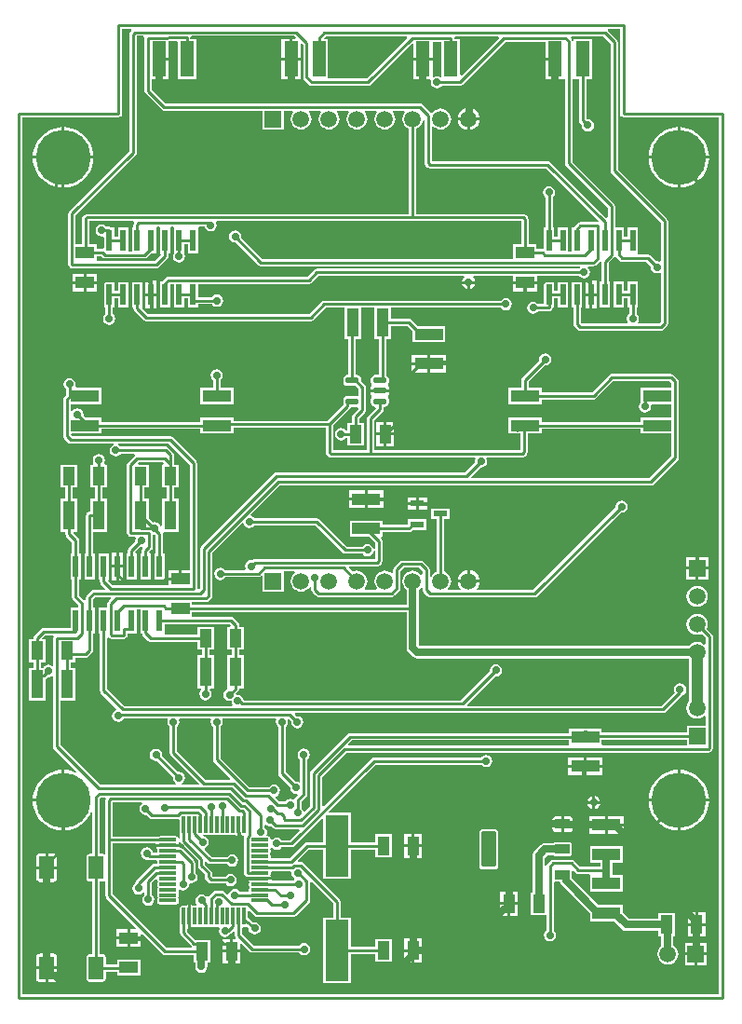
<source format=gbl>
G04*
G04 #@! TF.GenerationSoftware,Altium Limited,Altium Designer,20.1.8 (145)*
G04*
G04 Layer_Physical_Order=2*
G04 Layer_Color=16711680*
%FSLAX25Y25*%
%MOIN*%
G70*
G04*
G04 #@! TF.SameCoordinates,8B47BC37-8199-49A1-8C2A-9A070CC082B9*
G04*
G04*
G04 #@! TF.FilePolarity,Positive*
G04*
G01*
G75*
%ADD13C,0.01000*%
%ADD14R,0.10236X0.04331*%
%ADD15R,0.06693X0.04331*%
%ADD16R,0.05000X0.12520*%
%ADD27C,0.02756*%
%ADD28C,0.05906*%
%ADD29R,0.05906X0.05906*%
%ADD30R,0.05906X0.05906*%
%ADD31C,0.19685*%
%ADD32C,0.02756*%
%ADD33R,0.04331X0.06693*%
G04:AMPARAMS|DCode=34|XSize=127.56mil|YSize=51.58mil|CornerRadius=3.87mil|HoleSize=0mil|Usage=FLASHONLY|Rotation=270.000|XOffset=0mil|YOffset=0mil|HoleType=Round|Shape=RoundedRectangle|*
%AMROUNDEDRECTD34*
21,1,0.12756,0.04384,0,0,270.0*
21,1,0.11982,0.05158,0,0,270.0*
1,1,0.00774,-0.02192,-0.05991*
1,1,0.00774,-0.02192,0.05991*
1,1,0.00774,0.02192,0.05991*
1,1,0.00774,0.02192,-0.05991*
%
%ADD34ROUNDEDRECTD34*%
G04:AMPARAMS|DCode=35|XSize=36.61mil|YSize=51.58mil|CornerRadius=2.75mil|HoleSize=0mil|Usage=FLASHONLY|Rotation=270.000|XOffset=0mil|YOffset=0mil|HoleType=Round|Shape=RoundedRectangle|*
%AMROUNDEDRECTD35*
21,1,0.03661,0.04608,0,0,270.0*
21,1,0.03112,0.05158,0,0,270.0*
1,1,0.00549,-0.02304,-0.01556*
1,1,0.00549,-0.02304,0.01556*
1,1,0.00549,0.02304,0.01556*
1,1,0.00549,0.02304,-0.01556*
%
%ADD35ROUNDEDRECTD35*%
%ADD36R,0.08300X0.22000*%
G04:AMPARAMS|DCode=37|XSize=11.02mil|YSize=61.42mil|CornerRadius=2.76mil|HoleSize=0mil|Usage=FLASHONLY|Rotation=180.000|XOffset=0mil|YOffset=0mil|HoleType=Round|Shape=RoundedRectangle|*
%AMROUNDEDRECTD37*
21,1,0.01102,0.05591,0,0,180.0*
21,1,0.00551,0.06142,0,0,180.0*
1,1,0.00551,-0.00276,0.02795*
1,1,0.00551,0.00276,0.02795*
1,1,0.00551,0.00276,-0.02795*
1,1,0.00551,-0.00276,-0.02795*
%
%ADD37ROUNDEDRECTD37*%
G04:AMPARAMS|DCode=38|XSize=11.02mil|YSize=61.42mil|CornerRadius=2.76mil|HoleSize=0mil|Usage=FLASHONLY|Rotation=90.000|XOffset=0mil|YOffset=0mil|HoleType=Round|Shape=RoundedRectangle|*
%AMROUNDEDRECTD38*
21,1,0.01102,0.05591,0,0,90.0*
21,1,0.00551,0.06142,0,0,90.0*
1,1,0.00551,0.02795,0.00276*
1,1,0.00551,0.02795,-0.00276*
1,1,0.00551,-0.02795,-0.00276*
1,1,0.00551,-0.02795,0.00276*
%
%ADD38ROUNDEDRECTD38*%
G04:AMPARAMS|DCode=39|XSize=47.64mil|YSize=23.23mil|CornerRadius=5.81mil|HoleSize=0mil|Usage=FLASHONLY|Rotation=180.000|XOffset=0mil|YOffset=0mil|HoleType=Round|Shape=RoundedRectangle|*
%AMROUNDEDRECTD39*
21,1,0.04764,0.01161,0,0,180.0*
21,1,0.03602,0.02323,0,0,180.0*
1,1,0.01161,-0.01801,0.00581*
1,1,0.01161,0.01801,0.00581*
1,1,0.01161,0.01801,-0.00581*
1,1,0.01161,-0.01801,-0.00581*
%
%ADD39ROUNDEDRECTD39*%
%ADD40R,0.04331X0.10236*%
%ADD41R,0.05118X0.02362*%
G04:AMPARAMS|DCode=42|XSize=82.68mil|YSize=54.33mil|CornerRadius=4.08mil|HoleSize=0mil|Usage=FLASHONLY|Rotation=270.000|XOffset=0mil|YOffset=0mil|HoleType=Round|Shape=RoundedRectangle|*
%AMROUNDEDRECTD42*
21,1,0.08268,0.04618,0,0,270.0*
21,1,0.07453,0.05433,0,0,270.0*
1,1,0.00815,-0.02309,-0.03726*
1,1,0.00815,-0.02309,0.03726*
1,1,0.00815,0.02309,0.03726*
1,1,0.00815,0.02309,-0.03726*
%
%ADD42ROUNDEDRECTD42*%
%ADD43R,0.02000X0.07800*%
%ADD44C,0.03937*%
G36*
X271993Y527749D02*
X258604Y514360D01*
X258142Y514551D01*
Y527236D01*
X256239D01*
X256165Y527735D01*
X256550Y528211D01*
X271802D01*
X271993Y527749D01*
D02*
G37*
G36*
X239157D02*
X224620Y513213D01*
X210898D01*
Y527236D01*
X209656D01*
X209465Y527698D01*
X209978Y528211D01*
X238965D01*
X239157Y527749D01*
D02*
G37*
G36*
X199433Y527911D02*
X199241Y527449D01*
X198110D01*
Y520689D01*
X201110D01*
Y525580D01*
X201572Y525772D01*
X201937Y525406D01*
Y513650D01*
X202037Y513148D01*
X202322Y512722D01*
X204072Y510972D01*
X204498Y510687D01*
X205000Y510587D01*
X225164D01*
X225666Y510687D01*
X226092Y510972D01*
X240893Y525772D01*
X241354Y525581D01*
Y520689D01*
X244854D01*
X248354D01*
Y526424D01*
X251567D01*
Y513992D01*
X251067Y513725D01*
X250745Y513940D01*
X249900Y514108D01*
X249055Y513940D01*
X248795Y513766D01*
X248354Y514002D01*
Y519689D01*
X245354D01*
Y512929D01*
X247428D01*
X247797Y512429D01*
X247692Y511900D01*
X247860Y511055D01*
X248339Y510339D01*
X249055Y509860D01*
X249900Y509692D01*
X250745Y509860D01*
X251461Y510339D01*
X251627Y510587D01*
X258000D01*
X258502Y510687D01*
X258928Y510972D01*
X274380Y526424D01*
X288598D01*
Y520689D01*
X292098D01*
Y520189D01*
X292598D01*
Y512929D01*
X295598D01*
X295687Y512466D01*
Y482900D01*
X295787Y482398D01*
X296072Y481972D01*
X310987Y467056D01*
Y463519D01*
X310487Y463312D01*
X290464Y483335D01*
X290038Y483620D01*
X289536Y483720D01*
X248063D01*
Y495994D01*
X248536Y496155D01*
X248569Y496112D01*
X249350Y495513D01*
X250260Y495136D01*
X251236Y495007D01*
X252213Y495136D01*
X253122Y495513D01*
X253904Y496112D01*
X254503Y496893D01*
X254880Y497803D01*
X255009Y498780D01*
X254880Y499756D01*
X254503Y500666D01*
X253904Y501447D01*
X253122Y502047D01*
X252213Y502423D01*
X251236Y502552D01*
X250260Y502423D01*
X249350Y502047D01*
X248569Y501447D01*
X248265Y501051D01*
X247709Y501029D01*
X247644Y501063D01*
X244678Y504028D01*
X244252Y504313D01*
X243750Y504413D01*
X152744D01*
X147813Y509344D01*
Y512929D01*
X149866D01*
Y520189D01*
X150366D01*
Y520689D01*
X153866D01*
Y526541D01*
X156724Y526562D01*
X157079Y526209D01*
Y513142D01*
X163654D01*
Y527236D01*
X161588D01*
X161579Y527917D01*
X161564Y527987D01*
X161782Y528350D01*
X161970Y528487D01*
X198856D01*
X199433Y527911D01*
D02*
G37*
G36*
X311987Y525706D02*
Y480200D01*
X312087Y479698D01*
X312372Y479272D01*
X329987Y461656D01*
Y447908D01*
X329546Y447672D01*
X329445Y447740D01*
X328600Y447908D01*
X328307Y447850D01*
X326228Y449928D01*
X325802Y450213D01*
X325300Y450313D01*
X322127D01*
X321764Y450643D01*
Y460017D01*
X318189D01*
Y456643D01*
X316764D01*
Y460017D01*
X313613D01*
Y467600D01*
X313513Y468102D01*
X313228Y468528D01*
X298313Y483444D01*
Y513138D01*
X298813Y513142D01*
X300786D01*
Y498302D01*
X300886Y497799D01*
X301170Y497373D01*
X301750Y496793D01*
X301692Y496500D01*
X301860Y495655D01*
X302339Y494939D01*
X303055Y494460D01*
X303900Y494292D01*
X304745Y494460D01*
X305461Y494939D01*
X305940Y495655D01*
X306108Y496500D01*
X305940Y497345D01*
X305461Y498061D01*
X304745Y498540D01*
X303900Y498708D01*
X303850Y498698D01*
X303411Y499074D01*
Y513142D01*
X305386D01*
Y527236D01*
X298811D01*
Y526640D01*
X298313Y526636D01*
X298213Y527139D01*
X297928Y527565D01*
X297744Y527749D01*
X297935Y528211D01*
X309483D01*
X311987Y525706D01*
D02*
G37*
G36*
X245437Y498206D02*
Y482993D01*
X245537Y482490D01*
X245822Y482065D01*
X246408Y481479D01*
X246833Y481194D01*
X247336Y481094D01*
X288992D01*
X307824Y462263D01*
X307542Y461837D01*
X307164Y461913D01*
X301250D01*
X300748Y461813D01*
X300322Y461528D01*
X299048Y460255D01*
X298890Y460017D01*
X298189D01*
Y451455D01*
X296764D01*
Y460017D01*
X293189D01*
Y456643D01*
X291764D01*
Y460017D01*
X291289D01*
Y470773D01*
X291537Y470939D01*
X292016Y471655D01*
X292184Y472500D01*
X292016Y473345D01*
X291537Y474061D01*
X290821Y474540D01*
X289976Y474708D01*
X289131Y474540D01*
X288415Y474061D01*
X287937Y473345D01*
X287769Y472500D01*
X287937Y471655D01*
X288415Y470939D01*
X288664Y470773D01*
Y460017D01*
X288189D01*
Y452658D01*
X287689Y452248D01*
X287641Y452258D01*
X285488D01*
Y453898D01*
X282667D01*
Y462914D01*
X282567Y463416D01*
X282282Y463842D01*
X281697Y464428D01*
X281271Y464713D01*
X280768Y464813D01*
X242549D01*
Y495275D01*
X243122Y495513D01*
X243904Y496112D01*
X244503Y496893D01*
X244880Y497803D01*
X244937Y498239D01*
X245437Y498206D01*
D02*
G37*
G36*
X144863Y528482D02*
X145195Y528094D01*
X145225Y527987D01*
X145187Y527800D01*
Y508800D01*
X145287Y508298D01*
X145572Y507872D01*
X151272Y502172D01*
X151698Y501887D01*
X152200Y501787D01*
X187496D01*
Y495040D01*
X194976D01*
Y501787D01*
X198234D01*
X198446Y501287D01*
X197969Y500666D01*
X197592Y499756D01*
X197464Y498780D01*
X197592Y497803D01*
X197969Y496893D01*
X198569Y496112D01*
X199350Y495513D01*
X200260Y495136D01*
X201236Y495007D01*
X202213Y495136D01*
X203122Y495513D01*
X203904Y496112D01*
X204503Y496893D01*
X204880Y497803D01*
X205009Y498780D01*
X204880Y499756D01*
X204503Y500666D01*
X204026Y501287D01*
X204238Y501787D01*
X208234D01*
X208446Y501287D01*
X207969Y500666D01*
X207592Y499756D01*
X207464Y498780D01*
X207592Y497803D01*
X207969Y496893D01*
X208569Y496112D01*
X209350Y495513D01*
X210260Y495136D01*
X211236Y495007D01*
X212213Y495136D01*
X213122Y495513D01*
X213904Y496112D01*
X214503Y496893D01*
X214880Y497803D01*
X215009Y498780D01*
X214880Y499756D01*
X214503Y500666D01*
X214026Y501287D01*
X214238Y501787D01*
X218234D01*
X218446Y501287D01*
X217969Y500666D01*
X217592Y499756D01*
X217464Y498780D01*
X217592Y497803D01*
X217969Y496893D01*
X218569Y496112D01*
X219350Y495513D01*
X220260Y495136D01*
X221236Y495007D01*
X222213Y495136D01*
X223122Y495513D01*
X223904Y496112D01*
X224503Y496893D01*
X224880Y497803D01*
X225009Y498780D01*
X224880Y499756D01*
X224503Y500666D01*
X224026Y501287D01*
X224238Y501787D01*
X228234D01*
X228446Y501287D01*
X227969Y500666D01*
X227592Y499756D01*
X227464Y498780D01*
X227592Y497803D01*
X227969Y496893D01*
X228569Y496112D01*
X229350Y495513D01*
X230260Y495136D01*
X231236Y495007D01*
X232213Y495136D01*
X233122Y495513D01*
X233904Y496112D01*
X234503Y496893D01*
X234880Y497803D01*
X235009Y498780D01*
X234880Y499756D01*
X234503Y500666D01*
X234026Y501287D01*
X234238Y501787D01*
X238234D01*
X238446Y501287D01*
X237969Y500666D01*
X237592Y499756D01*
X237464Y498780D01*
X237592Y497803D01*
X237969Y496893D01*
X238569Y496112D01*
X239350Y495513D01*
X239924Y495275D01*
Y464813D01*
X124586D01*
X124083Y464713D01*
X123658Y464428D01*
X123072Y463842D01*
X122787Y463416D01*
X122687Y462914D01*
Y453898D01*
X120513D01*
Y464356D01*
X142028Y485872D01*
X142313Y486298D01*
X142413Y486800D01*
Y528487D01*
X144851D01*
X144863Y528482D01*
D02*
G37*
G36*
X141464Y461687D02*
X141283Y461416D01*
X141183Y460914D01*
Y460017D01*
X140709D01*
Y451455D01*
X139283D01*
Y460017D01*
X135709D01*
Y456643D01*
X134283D01*
Y460017D01*
X133141D01*
X132998Y460113D01*
X132496Y460213D01*
X131527D01*
X131361Y460461D01*
X130645Y460940D01*
X129800Y461108D01*
X128955Y460940D01*
X128239Y460461D01*
X127760Y459745D01*
X127592Y458900D01*
X127760Y458055D01*
X128239Y457339D01*
X128955Y456860D01*
X129800Y456692D01*
X130209Y456774D01*
X130709Y456363D01*
Y452658D01*
X130209Y452248D01*
X130160Y452258D01*
X128008D01*
Y453898D01*
X125313D01*
Y462187D01*
X141253D01*
X141464Y461687D01*
D02*
G37*
G36*
X150709Y460017D02*
Y450643D01*
X150779D01*
X150986Y450143D01*
X148756Y447913D01*
X128475D01*
X128008Y447992D01*
Y449632D01*
X129617D01*
X130035Y449214D01*
X130461Y448930D01*
X130963Y448830D01*
X145209D01*
X145711Y448930D01*
X146137Y449214D01*
X147565Y450643D01*
X149283D01*
Y460017D01*
X149713Y460187D01*
X150279D01*
X150709Y460017D01*
D02*
G37*
G36*
X315475Y500748D02*
X315500Y500621D01*
Y499500D01*
X316462D01*
X316787Y499435D01*
X350908D01*
Y185525D01*
X101565D01*
Y499435D01*
X135685D01*
X136010Y499500D01*
X137000D01*
Y530931D01*
X140368D01*
X140575Y530431D01*
X140172Y530028D01*
X139887Y529602D01*
X139787Y529100D01*
Y487344D01*
X118272Y465828D01*
X117987Y465402D01*
X117887Y464900D01*
Y446700D01*
X117987Y446198D01*
X118272Y445772D01*
X118372Y445672D01*
X118798Y445387D01*
X119300Y445287D01*
X149300D01*
X149802Y445387D01*
X150228Y445672D01*
X153424Y448868D01*
X153709Y449294D01*
X153809Y449796D01*
Y450643D01*
X154283D01*
Y460017D01*
X154713Y460187D01*
X155279D01*
X155709Y460017D01*
X155709Y459687D01*
Y450817D01*
X155456Y450440D01*
X155288Y449595D01*
X155456Y448750D01*
X155935Y448034D01*
X156651Y447555D01*
X157496Y447387D01*
X158341Y447555D01*
X159057Y448034D01*
X159536Y448750D01*
X159704Y449595D01*
X159536Y450440D01*
X159283Y450817D01*
Y454017D01*
X160709D01*
Y450643D01*
X164283D01*
Y459687D01*
X164283Y460017D01*
X164713Y460187D01*
X166714D01*
X166760Y459955D01*
X167239Y459239D01*
X167955Y458760D01*
X168800Y458592D01*
X169645Y458760D01*
X170361Y459239D01*
X170840Y459955D01*
X171008Y460800D01*
X170840Y461645D01*
X170772Y461746D01*
X171008Y462187D01*
X280042D01*
Y453898D01*
X277220D01*
Y448713D01*
X187444D01*
X179750Y456407D01*
X179808Y456700D01*
X179640Y457545D01*
X179161Y458261D01*
X178445Y458740D01*
X177600Y458908D01*
X176755Y458740D01*
X176039Y458261D01*
X175560Y457545D01*
X175392Y456700D01*
X175560Y455855D01*
X176039Y455139D01*
X176755Y454660D01*
X177600Y454492D01*
X177893Y454551D01*
X185972Y446472D01*
X186398Y446187D01*
X186900Y446087D01*
X300976D01*
X301128Y445587D01*
X300939Y445461D01*
X300773Y445213D01*
X206872D01*
X206370Y445113D01*
X205944Y444828D01*
X203546Y442430D01*
X153750D01*
X153248Y442330D01*
X152822Y442046D01*
X151568Y440792D01*
X151452Y440617D01*
X150709D01*
Y431243D01*
X154283D01*
Y439794D01*
X154294Y439805D01*
X155709D01*
Y431243D01*
X159283D01*
Y434617D01*
X160709D01*
Y431243D01*
X164283D01*
Y432487D01*
X169373D01*
X169539Y432239D01*
X170255Y431760D01*
X171100Y431592D01*
X171945Y431760D01*
X172661Y432239D01*
X173140Y432955D01*
X173308Y433800D01*
X173140Y434645D01*
X172661Y435361D01*
X171945Y435840D01*
X171100Y436008D01*
X170255Y435840D01*
X169539Y435361D01*
X169373Y435113D01*
X164283D01*
Y439805D01*
X204090D01*
X204592Y439905D01*
X205018Y440189D01*
X207416Y442587D01*
X259467D01*
X259619Y442087D01*
X259522Y442023D01*
X258996Y441236D01*
X258911Y440808D01*
X263561D01*
X263476Y441236D01*
X262951Y442023D01*
X262854Y442087D01*
X263005Y442587D01*
X277008D01*
Y440815D01*
X285701D01*
Y442587D01*
X300773D01*
X300939Y442339D01*
X301655Y441860D01*
X302500Y441692D01*
X303345Y441860D01*
X304061Y442339D01*
X304540Y443055D01*
X304708Y443900D01*
X304540Y444745D01*
X304061Y445461D01*
X303872Y445587D01*
X304024Y446087D01*
X305914D01*
X306416Y446187D01*
X306842Y446472D01*
X308176Y447806D01*
X308250Y447798D01*
X308664Y447628D01*
Y440617D01*
X308189D01*
Y431243D01*
X311764D01*
Y440617D01*
X311289D01*
Y447233D01*
X313228Y449172D01*
X313396Y449422D01*
X313918Y449474D01*
X313974Y449457D01*
X314048Y449345D01*
X315322Y448072D01*
X315748Y447787D01*
X316250Y447687D01*
X324756D01*
X326450Y445993D01*
X326392Y445700D01*
X326560Y444855D01*
X327039Y444139D01*
X327755Y443660D01*
X328600Y443492D01*
X329445Y443660D01*
X329546Y443728D01*
X329987Y443492D01*
Y426044D01*
X329456Y425513D01*
X321972D01*
X321705Y426013D01*
X322016Y426478D01*
X322184Y427323D01*
X322016Y428168D01*
X321537Y428884D01*
X321289Y429050D01*
Y431243D01*
X321764D01*
Y440617D01*
X318189D01*
Y437243D01*
X316764D01*
Y440617D01*
X313189D01*
Y431243D01*
X316764D01*
Y434617D01*
X318189D01*
Y431243D01*
X318664D01*
Y429050D01*
X318415Y428884D01*
X317937Y428168D01*
X317769Y427323D01*
X317937Y426478D01*
X318248Y426013D01*
X317980Y425513D01*
X301794D01*
X301289Y426017D01*
Y431243D01*
X301764D01*
Y440617D01*
X298189D01*
Y431243D01*
X298664D01*
Y425474D01*
X298764Y424971D01*
X299048Y424545D01*
X300322Y423272D01*
X300748Y422987D01*
X301250Y422887D01*
X330000D01*
X330502Y422987D01*
X330928Y423272D01*
X332228Y424572D01*
X332513Y424998D01*
X332613Y425500D01*
Y462200D01*
X332513Y462702D01*
X332228Y463128D01*
X314613Y480744D01*
Y526250D01*
X314513Y526752D01*
X314228Y527178D01*
X310975Y530431D01*
X310980Y530519D01*
X311137Y530931D01*
X315475D01*
Y500748D01*
D02*
G37*
%LPC*%
G36*
X197110Y527449D02*
X194110D01*
Y520689D01*
X197110D01*
Y527449D01*
D02*
G37*
G36*
X244354Y519689D02*
X241354D01*
Y512929D01*
X244354D01*
Y519689D01*
D02*
G37*
G36*
X201110D02*
X198110D01*
Y512929D01*
X201110D01*
Y519689D01*
D02*
G37*
G36*
X197110D02*
X194110D01*
Y512929D01*
X197110D01*
Y519689D01*
D02*
G37*
G36*
X153866D02*
X150866D01*
Y512929D01*
X153866D01*
Y519689D01*
D02*
G37*
G36*
X291598D02*
X288598D01*
Y512929D01*
X291598D01*
Y519689D01*
D02*
G37*
G36*
X261736Y502701D02*
Y499280D01*
X265157D01*
X265087Y499812D01*
X264689Y500773D01*
X264055Y501599D01*
X263230Y502232D01*
X262268Y502631D01*
X261736Y502701D01*
D02*
G37*
G36*
X260736D02*
X260204Y502631D01*
X259243Y502232D01*
X258417Y501599D01*
X257784Y500773D01*
X257385Y499812D01*
X257315Y499280D01*
X260736D01*
Y502701D01*
D02*
G37*
G36*
X265157Y498280D02*
X261736D01*
Y494859D01*
X262268Y494929D01*
X263230Y495327D01*
X264055Y495961D01*
X264689Y496786D01*
X265087Y497748D01*
X265157Y498280D01*
D02*
G37*
G36*
X260736D02*
X257315D01*
X257385Y497748D01*
X257784Y496786D01*
X258417Y495961D01*
X259243Y495327D01*
X260204Y494929D01*
X260736Y494859D01*
Y498280D01*
D02*
G37*
G36*
X336972Y495837D02*
Y485500D01*
X347309D01*
X347215Y486701D01*
X346816Y488361D01*
X346163Y489938D01*
X345271Y491393D01*
X344163Y492691D01*
X342865Y493799D01*
X341410Y494691D01*
X339833Y495344D01*
X338174Y495742D01*
X336972Y495837D01*
D02*
G37*
G36*
X335972D02*
X334771Y495742D01*
X333112Y495344D01*
X331535Y494691D01*
X330080Y493799D01*
X328782Y492691D01*
X327674Y491393D01*
X326782Y489938D01*
X326129Y488361D01*
X325730Y486701D01*
X325636Y485500D01*
X335972D01*
Y495837D01*
D02*
G37*
G36*
X116500D02*
Y485500D01*
X126837D01*
X126742Y486701D01*
X126344Y488361D01*
X125691Y489938D01*
X124799Y491393D01*
X123690Y492691D01*
X122393Y493799D01*
X120938Y494691D01*
X119361Y495344D01*
X117701Y495742D01*
X116500Y495837D01*
D02*
G37*
G36*
X115500D02*
X114299Y495742D01*
X112639Y495344D01*
X111062Y494691D01*
X109607Y493799D01*
X108309Y492691D01*
X107201Y491393D01*
X106309Y489938D01*
X105656Y488361D01*
X105258Y486701D01*
X105163Y485500D01*
X115500D01*
Y495837D01*
D02*
G37*
G36*
X347309Y484500D02*
X336972D01*
Y474163D01*
X338174Y474258D01*
X339833Y474656D01*
X341410Y475309D01*
X342865Y476201D01*
X344163Y477310D01*
X345271Y478607D01*
X346163Y480062D01*
X346816Y481639D01*
X347215Y483299D01*
X347309Y484500D01*
D02*
G37*
G36*
X335972D02*
X325636D01*
X325730Y483299D01*
X326129Y481639D01*
X326782Y480062D01*
X327674Y478607D01*
X328782Y477310D01*
X330080Y476201D01*
X331535Y475309D01*
X333112Y474656D01*
X334771Y474258D01*
X335972Y474163D01*
Y484500D01*
D02*
G37*
G36*
X126837D02*
X116500D01*
Y474163D01*
X117701Y474258D01*
X119361Y474656D01*
X120938Y475309D01*
X122393Y476201D01*
X123690Y477310D01*
X124799Y478607D01*
X125691Y480062D01*
X126344Y481639D01*
X126742Y483299D01*
X126837Y484500D01*
D02*
G37*
G36*
X115500D02*
X105163D01*
X105258Y483299D01*
X105656Y481639D01*
X106309Y480062D01*
X107201Y478607D01*
X108309Y477310D01*
X109607Y476201D01*
X111062Y475309D01*
X112639Y474656D01*
X114299Y474258D01*
X115500Y474163D01*
Y484500D01*
D02*
G37*
G36*
X128220Y443480D02*
X124374D01*
Y440815D01*
X128220D01*
Y443480D01*
D02*
G37*
G36*
X123374D02*
X119527D01*
Y440815D01*
X123374D01*
Y443480D01*
D02*
G37*
G36*
X263561Y439808D02*
X261736D01*
Y437983D01*
X262164Y438068D01*
X262951Y438594D01*
X263476Y439380D01*
X263561Y439808D01*
D02*
G37*
G36*
X260736D02*
X258911D01*
X258996Y439380D01*
X259522Y438594D01*
X260308Y438068D01*
X260736Y437983D01*
Y439808D01*
D02*
G37*
G36*
X296764Y440617D02*
X293189D01*
Y437243D01*
X291764D01*
Y440617D01*
X288189D01*
Y432513D01*
X286027D01*
X285861Y432761D01*
X285145Y433240D01*
X284300Y433408D01*
X283455Y433240D01*
X282739Y432761D01*
X282260Y432045D01*
X282092Y431200D01*
X282260Y430355D01*
X282739Y429639D01*
X283455Y429160D01*
X284300Y428992D01*
X285145Y429160D01*
X285861Y429639D01*
X286027Y429887D01*
X289876D01*
X290379Y429987D01*
X290805Y430272D01*
X290905Y430372D01*
X291189Y430798D01*
X291278Y431243D01*
X291764D01*
Y434617D01*
X293189D01*
Y431243D01*
X296764D01*
Y440617D01*
D02*
G37*
G36*
X139283D02*
X135709D01*
Y437243D01*
X134283D01*
Y440617D01*
X130709D01*
Y431243D01*
X131183D01*
Y429050D01*
X130935Y428884D01*
X130456Y428168D01*
X130288Y427323D01*
X130456Y426478D01*
X130935Y425762D01*
X131651Y425283D01*
X132496Y425115D01*
X133341Y425283D01*
X134057Y425762D01*
X134536Y426478D01*
X134704Y427323D01*
X134536Y428168D01*
X134057Y428884D01*
X133809Y429050D01*
Y431243D01*
X134283D01*
Y434617D01*
X135709D01*
Y431243D01*
X139283D01*
Y440617D01*
D02*
G37*
G36*
X285701Y439815D02*
X281854D01*
Y437150D01*
X285701D01*
Y439815D01*
D02*
G37*
G36*
X280854D02*
X277008D01*
Y437150D01*
X280854D01*
Y439815D01*
D02*
G37*
G36*
X128220D02*
X124374D01*
Y437150D01*
X128220D01*
Y439815D01*
D02*
G37*
G36*
X123374D02*
X119527D01*
Y437150D01*
X123374D01*
Y439815D01*
D02*
G37*
G36*
X306976Y440830D02*
X305476D01*
Y436430D01*
X306976D01*
Y440830D01*
D02*
G37*
G36*
X149496D02*
X147996D01*
Y436430D01*
X149496D01*
Y440830D01*
D02*
G37*
G36*
X304476D02*
X302976D01*
Y436430D01*
X304476D01*
Y440830D01*
D02*
G37*
G36*
X146996D02*
X145496D01*
Y436430D01*
X146996D01*
Y440830D01*
D02*
G37*
G36*
X306976Y435430D02*
X305476D01*
Y431030D01*
X306976D01*
Y435430D01*
D02*
G37*
G36*
X304476D02*
X302976D01*
Y431030D01*
X304476D01*
Y435430D01*
D02*
G37*
G36*
X149496D02*
X147996D01*
Y431030D01*
X149496D01*
Y435430D01*
D02*
G37*
G36*
X146996D02*
X145496D01*
Y431030D01*
X146996D01*
Y435430D01*
D02*
G37*
G36*
X144283Y440617D02*
X140709D01*
Y431243D01*
X141183D01*
Y431104D01*
X141283Y430602D01*
X141568Y430176D01*
X144972Y426772D01*
X145398Y426487D01*
X145900Y426387D01*
X204700D01*
X205202Y426487D01*
X205628Y426772D01*
X210044Y431187D01*
X216732D01*
Y420094D01*
X218246D01*
Y407216D01*
X217758D01*
X217224Y407110D01*
X216772Y406807D01*
X216469Y406355D01*
X216363Y405821D01*
Y404660D01*
X216469Y404126D01*
X216772Y403673D01*
X217224Y403371D01*
X217758Y403265D01*
X220899D01*
X221916Y402248D01*
Y400135D01*
X221416Y399724D01*
X221360Y399735D01*
X217758D01*
X217224Y399629D01*
X216772Y399327D01*
X216469Y398874D01*
X216363Y398341D01*
Y397179D01*
X216469Y396645D01*
X216517Y396574D01*
X210741Y390798D01*
X177024D01*
Y392087D01*
X165213D01*
Y390446D01*
X129780D01*
Y392087D01*
X123970D01*
X123249Y392807D01*
X123308Y393100D01*
X123140Y393945D01*
X122661Y394661D01*
X121945Y395140D01*
X121100Y395308D01*
X120255Y395140D01*
X119539Y394661D01*
X119213Y394173D01*
X118713Y394324D01*
Y396811D01*
X129780D01*
Y402717D01*
X120669D01*
X120372Y403217D01*
X120508Y403900D01*
X120340Y404745D01*
X119861Y405461D01*
X119145Y405940D01*
X118300Y406108D01*
X117455Y405940D01*
X116739Y405461D01*
X116260Y404745D01*
X116092Y403900D01*
X116260Y403055D01*
X116739Y402339D01*
X116987Y402173D01*
Y399864D01*
X116988Y399859D01*
X116472Y399342D01*
X116187Y398916D01*
X116087Y398414D01*
Y385350D01*
X116187Y384848D01*
X116472Y384422D01*
X117822Y383072D01*
X118248Y382787D01*
X118750Y382687D01*
X133894D01*
X133950Y382531D01*
X133977Y382187D01*
X133339Y381761D01*
X132860Y381045D01*
X132692Y380200D01*
X132860Y379355D01*
X133339Y378639D01*
X134055Y378160D01*
X134900Y377992D01*
X135745Y378160D01*
X136461Y378639D01*
X136627Y378887D01*
X141555D01*
X141864Y378424D01*
X141860Y378387D01*
X141472Y378128D01*
X139272Y375928D01*
X138987Y375502D01*
X138887Y375000D01*
Y350665D01*
X138987Y350163D01*
X139272Y349737D01*
X139372Y349637D01*
X139798Y349353D01*
X140300Y349253D01*
X141847D01*
X142083Y348812D01*
X142038Y348745D01*
X141870Y347900D01*
X141929Y347607D01*
X139572Y345250D01*
X139287Y344824D01*
X139187Y344322D01*
Y343387D01*
X138713D01*
Y334013D01*
X142287D01*
Y343387D01*
X142076D01*
X141922Y343887D01*
X143785Y345750D01*
X144078Y345692D01*
X144320Y345741D01*
X144565Y345297D01*
X144569Y345280D01*
X144287Y344859D01*
X144187Y344357D01*
Y343387D01*
X143713D01*
Y334013D01*
X147287D01*
Y343387D01*
X146993D01*
X146887Y343887D01*
X147672Y344672D01*
X147956Y345098D01*
X148056Y345600D01*
Y349946D01*
X148442Y350263D01*
X148596Y350233D01*
X149187Y349641D01*
Y343387D01*
X148713D01*
Y334013D01*
X152287D01*
Y343387D01*
X151813D01*
Y350185D01*
X151731Y350594D01*
X151996Y351095D01*
X157268D01*
Y362906D01*
X155628D01*
Y366866D01*
X157268D01*
Y375134D01*
X155628D01*
Y378750D01*
X155528Y379252D01*
X155243Y379678D01*
X153793Y381128D01*
X153367Y381413D01*
X152865Y381513D01*
X136627D01*
X136461Y381761D01*
X135823Y382187D01*
X135850Y382531D01*
X135906Y382687D01*
X153756D01*
X161387Y375056D01*
Y337480D01*
X158500D01*
Y334315D01*
X158000D01*
Y333815D01*
X153654D01*
Y332113D01*
X133544D01*
X132144Y333513D01*
X132287Y334013D01*
X132287D01*
Y343387D01*
X128713D01*
Y334013D01*
X129187D01*
Y333300D01*
X129287Y332798D01*
X129572Y332372D01*
X131169Y330775D01*
X130978Y330313D01*
X127000D01*
X126498Y330213D01*
X126072Y329928D01*
X124572Y328428D01*
X124287Y328002D01*
X124187Y327500D01*
Y326641D01*
X123859Y326489D01*
X123687Y326469D01*
X121813Y328344D01*
Y334013D01*
X122287D01*
Y343387D01*
X121813D01*
Y347900D01*
X121713Y348402D01*
X121428Y348828D01*
X119662Y350594D01*
X119869Y351095D01*
X121138D01*
Y362906D01*
X119498D01*
Y366866D01*
X121138D01*
Y375134D01*
X115232D01*
Y366866D01*
X116872D01*
Y362906D01*
X115232D01*
Y351095D01*
X116872D01*
Y350215D01*
X116972Y349713D01*
X117257Y349287D01*
X119187Y347356D01*
Y343387D01*
X118713D01*
Y334013D01*
X119187D01*
Y327800D01*
X119287Y327298D01*
X119572Y326872D01*
X121487Y324956D01*
Y323987D01*
X118713D01*
Y316663D01*
X108935D01*
X108433Y316563D01*
X108007Y316278D01*
X105757Y314028D01*
X105472Y313602D01*
X105372Y313100D01*
Y312634D01*
X103732D01*
Y304366D01*
X105372D01*
Y302406D01*
X103732D01*
Y290595D01*
X109638D01*
Y298378D01*
X109928Y298572D01*
X110507Y299150D01*
X110800Y299092D01*
X111645Y299260D01*
X111987Y299489D01*
X112487Y299222D01*
Y274200D01*
X112587Y273698D01*
X112872Y273272D01*
X120759Y265385D01*
X120476Y264961D01*
X119361Y265423D01*
X117701Y265821D01*
X116500Y265915D01*
Y255079D01*
Y244242D01*
X117701Y244337D01*
X119361Y244735D01*
X120938Y245388D01*
X122393Y246280D01*
X123690Y247388D01*
X124799Y248686D01*
X125691Y250141D01*
X126006Y250903D01*
X126506Y250803D01*
Y235858D01*
X125510D01*
X125043Y235765D01*
X124648Y235501D01*
X124384Y235106D01*
X124292Y234640D01*
Y227187D01*
X124384Y226721D01*
X124648Y226326D01*
X125043Y226062D01*
X125510Y225969D01*
X126506D01*
Y200031D01*
X125510D01*
X125043Y199938D01*
X124648Y199674D01*
X124384Y199279D01*
X124292Y198813D01*
Y191360D01*
X124384Y190894D01*
X124648Y190499D01*
X125043Y190235D01*
X125510Y190142D01*
X130128D01*
X130594Y190235D01*
X130989Y190499D01*
X131253Y190894D01*
X131346Y191360D01*
Y193774D01*
X135366D01*
Y192232D01*
X143634D01*
Y198138D01*
X135366D01*
Y196399D01*
X131346D01*
Y198813D01*
X131253Y199279D01*
X130989Y199674D01*
X130594Y199938D01*
X130128Y200031D01*
X129131D01*
Y225969D01*
X130128D01*
X130594Y226062D01*
X130687Y226124D01*
X131187Y225857D01*
Y221000D01*
X131287Y220498D01*
X131572Y220072D01*
X142201Y209442D01*
X142010Y208980D01*
X140000D01*
Y206315D01*
X143846D01*
Y207144D01*
X144308Y207335D01*
X151572Y200072D01*
X151998Y199787D01*
X152500Y199687D01*
X162732D01*
Y196866D01*
X163292D01*
Y195500D01*
X163460Y194655D01*
X163939Y193939D01*
X164655Y193460D01*
X165500Y193292D01*
X166345Y193460D01*
X167061Y193939D01*
X167540Y194655D01*
X167708Y195500D01*
Y196866D01*
X168638D01*
Y205134D01*
X163408D01*
X160486Y208055D01*
Y209136D01*
X160642Y209263D01*
Y213543D01*
Y217595D01*
X160368Y217540D01*
X159966Y217271D01*
X159864Y217340D01*
X159449Y217423D01*
X158898D01*
X158483Y217340D01*
X158131Y217105D01*
X157896Y216753D01*
X157814Y216339D01*
Y210748D01*
X157861Y210513D01*
Y207512D01*
X157960Y207010D01*
X158245Y206584D01*
X161940Y202888D01*
X162054Y202813D01*
X161902Y202313D01*
X153044D01*
X133813Y221544D01*
Y239514D01*
X149135D01*
X149263Y239358D01*
X153543D01*
X157594D01*
X157540Y239632D01*
X157403Y239837D01*
X157457Y239948D01*
X157724Y239966D01*
X158001Y239921D01*
X158245Y239555D01*
X164262Y233538D01*
Y231554D01*
X164362Y231051D01*
X164647Y230626D01*
X166656Y228616D01*
Y227531D01*
X166756Y227029D01*
X167041Y226603D01*
X168072Y225572D01*
X168498Y225287D01*
X169000Y225187D01*
X174273D01*
X174439Y224939D01*
X175155Y224460D01*
X176000Y224292D01*
X176845Y224460D01*
X177561Y224939D01*
X178040Y225655D01*
X178208Y226500D01*
X178040Y227345D01*
X177561Y228061D01*
X176845Y228540D01*
X176000Y228708D01*
X175155Y228540D01*
X174439Y228061D01*
X174273Y227813D01*
X169544D01*
X169282Y228075D01*
Y229159D01*
X169182Y229662D01*
X168897Y230088D01*
X166887Y232097D01*
Y232834D01*
X167349Y233025D01*
X167803Y232572D01*
X168228Y232287D01*
X168731Y232187D01*
X174773D01*
X174939Y231939D01*
X175655Y231460D01*
X176500Y231292D01*
X177345Y231460D01*
X178061Y231939D01*
X178540Y232655D01*
X178708Y233500D01*
X178540Y234345D01*
X178061Y235061D01*
X177345Y235540D01*
X176500Y235708D01*
X175655Y235540D01*
X174939Y235061D01*
X174773Y234813D01*
X169274D01*
X166621Y237466D01*
X166766Y237945D01*
X166845Y237960D01*
X167561Y238439D01*
X168040Y239155D01*
X168208Y240000D01*
X168040Y240845D01*
X167561Y241561D01*
X166845Y242040D01*
X166297Y242149D01*
X166263Y242223D01*
X166253Y242518D01*
X166264Y242534D01*
X166408Y242650D01*
X166772Y242578D01*
X167323D01*
X167738Y242660D01*
X168031Y242856D01*
X168325Y242660D01*
X168740Y242578D01*
X169291D01*
X169706Y242660D01*
X170000Y242856D01*
X170294Y242660D01*
X170709Y242578D01*
X171260D01*
X171675Y242660D01*
X171968Y242856D01*
X172262Y242660D01*
X172677Y242578D01*
X173228D01*
X173643Y242660D01*
X173937Y242856D01*
X174231Y242660D01*
X174646Y242578D01*
X175197D01*
X175612Y242660D01*
X175905Y242856D01*
X176199Y242660D01*
X176614Y242578D01*
X177165D01*
X177580Y242660D01*
X177683Y242729D01*
X178085Y242460D01*
X178358Y242405D01*
Y246457D01*
X179358D01*
Y242405D01*
X179631Y242460D01*
X180034Y242728D01*
X180136Y242660D01*
X180450Y242598D01*
X180601Y242421D01*
X180647Y242350D01*
X180763Y242077D01*
X180687Y241700D01*
Y229116D01*
X180787Y228613D01*
X181072Y228188D01*
X181172Y228088D01*
X181598Y227803D01*
X182100Y227703D01*
X182228Y227547D01*
X186457D01*
X190508D01*
X190453Y227820D01*
X190185Y228223D01*
X190253Y228326D01*
X190336Y228740D01*
Y229291D01*
X190648Y229672D01*
X197484D01*
X197801Y229285D01*
X197744Y229000D01*
X197912Y228155D01*
X198391Y227439D01*
X198757Y227194D01*
X198837Y226654D01*
X198568Y226313D01*
X190855D01*
X190663Y226547D01*
X186457D01*
X182405D01*
X182460Y226274D01*
X182729Y225872D01*
X182660Y225769D01*
X182578Y225354D01*
Y224803D01*
X182660Y224389D01*
X182856Y224095D01*
X182660Y223801D01*
X182578Y223386D01*
Y222835D01*
X182265Y222454D01*
X179227D01*
X179061Y222703D01*
X178345Y223182D01*
X177500Y223350D01*
X176655Y223182D01*
X175939Y222703D01*
X175460Y221987D01*
X175374Y221554D01*
X174832Y221390D01*
X173828Y222393D01*
X173402Y222678D01*
X172900Y222778D01*
X170596D01*
X170094Y222678D01*
X169668Y222393D01*
X168087Y220813D01*
X167904Y220538D01*
X167426Y220479D01*
X167325Y220504D01*
X167177Y220725D01*
X166461Y221204D01*
X165616Y221372D01*
X164771Y221204D01*
X164055Y220725D01*
X163577Y220009D01*
X163409Y219164D01*
X163577Y218320D01*
X163908Y217824D01*
X163603Y217379D01*
X163386Y217423D01*
X162835D01*
X162420Y217340D01*
X162317Y217271D01*
X161915Y217540D01*
X161642Y217595D01*
Y213543D01*
Y209492D01*
X161915Y209546D01*
X162317Y209815D01*
X162420Y209747D01*
X162835Y209664D01*
X163386D01*
X163801Y209747D01*
X164094Y209943D01*
X164388Y209747D01*
X164803Y209664D01*
X165354D01*
X165769Y209747D01*
X166063Y209943D01*
X166357Y209747D01*
X166772Y209664D01*
X167323D01*
X167738Y209747D01*
X168031Y209943D01*
X168325Y209747D01*
X168740Y209664D01*
X169291D01*
X169706Y209747D01*
X170000Y209943D01*
X170294Y209747D01*
X170709Y209664D01*
X171260D01*
X171552Y209722D01*
X171716Y209631D01*
X171960Y209145D01*
X171792Y208300D01*
X171960Y207455D01*
X172439Y206739D01*
X173155Y206260D01*
X174000Y206092D01*
X174845Y206260D01*
X175561Y206739D01*
X175876Y207210D01*
X176118Y207372D01*
X177084Y208338D01*
X177546Y208146D01*
Y206692D01*
X177646Y206189D01*
X177875Y205847D01*
X177723Y205346D01*
X176815D01*
Y201500D01*
X179480D01*
Y203560D01*
X179942Y203751D01*
X182822Y200872D01*
X183248Y200587D01*
X183750Y200487D01*
X200573D01*
X200739Y200239D01*
X201455Y199760D01*
X202300Y199592D01*
X203145Y199760D01*
X203861Y200239D01*
X204340Y200955D01*
X204508Y201800D01*
X204340Y202645D01*
X203861Y203361D01*
X203145Y203840D01*
X202300Y204008D01*
X201455Y203840D01*
X200739Y203361D01*
X200573Y203113D01*
X184294D01*
X180171Y207236D01*
Y209352D01*
X180551Y209664D01*
X181102D01*
X181517Y209747D01*
X181746Y209900D01*
X182418Y209329D01*
X182392Y209200D01*
X182560Y208355D01*
X183039Y207639D01*
X183755Y207160D01*
X184600Y206992D01*
X185445Y207160D01*
X186161Y207639D01*
X186640Y208355D01*
X186808Y209200D01*
X186640Y210045D01*
X186161Y210761D01*
X185445Y211240D01*
X184600Y211408D01*
X184135Y211315D01*
X182186Y212968D01*
Y215304D01*
X182648Y215496D01*
X184530Y213614D01*
X184956Y213329D01*
X185458Y213229D01*
X198418D01*
X198920Y213329D01*
X199346Y213614D01*
X204094Y218361D01*
X204378Y218787D01*
X204478Y219290D01*
Y225680D01*
X204978Y225887D01*
X212687Y218178D01*
Y213087D01*
X209063D01*
Y189513D01*
X218937D01*
Y199987D01*
X227732D01*
Y197165D01*
X233638D01*
Y205433D01*
X227732D01*
Y202612D01*
X218937D01*
Y213087D01*
X215313D01*
Y218721D01*
X215213Y219224D01*
X214928Y219650D01*
X201984Y232593D01*
X201558Y232878D01*
X201056Y232978D01*
X200143D01*
X199951Y233440D01*
X203899Y237387D01*
X209063D01*
Y226913D01*
X218937D01*
Y237388D01*
X227732D01*
Y234567D01*
X233638D01*
Y242835D01*
X227732D01*
Y240013D01*
X218937D01*
Y250487D01*
X211326D01*
X211135Y250949D01*
X227934Y267748D01*
X265712D01*
X265878Y267500D01*
X266594Y267021D01*
X267439Y266853D01*
X268284Y267021D01*
X269000Y267500D01*
X269479Y268216D01*
X269647Y269061D01*
X269479Y269906D01*
X269000Y270622D01*
X268284Y271101D01*
X267439Y271269D01*
X266594Y271101D01*
X265878Y270622D01*
X265712Y270374D01*
X227390D01*
X226888Y270274D01*
X226462Y269989D01*
X209275Y252801D01*
X208813Y252993D01*
Y263456D01*
X217444Y272087D01*
X347200D01*
X347702Y272187D01*
X348128Y272472D01*
X348228Y272572D01*
X348513Y272998D01*
X348613Y273500D01*
Y313700D01*
X348513Y314202D01*
X348228Y314628D01*
X346406Y316450D01*
X346644Y317024D01*
X346772Y318000D01*
X346644Y318976D01*
X346267Y319886D01*
X345668Y320668D01*
X344886Y321267D01*
X343976Y321644D01*
X343000Y321772D01*
X342024Y321644D01*
X341114Y321267D01*
X340333Y320668D01*
X339733Y319886D01*
X339356Y318976D01*
X339228Y318000D01*
X339356Y317024D01*
X339733Y316114D01*
X340333Y315333D01*
X341114Y314733D01*
X342024Y314356D01*
X343000Y314228D01*
X343976Y314356D01*
X344550Y314594D01*
X345987Y313156D01*
Y311037D01*
X345487Y310806D01*
X344886Y311267D01*
X343976Y311644D01*
X343000Y311772D01*
X342024Y311644D01*
X341114Y311267D01*
X340333Y310667D01*
X339980Y310208D01*
X243765D01*
X243444Y310529D01*
Y323580D01*
Y330405D01*
X243904Y330758D01*
X244187Y331127D01*
X244687Y330958D01*
Y330400D01*
X244787Y329898D01*
X245072Y329472D01*
X246572Y327972D01*
X246998Y327687D01*
X247500Y327587D01*
X284800D01*
X285302Y327687D01*
X285728Y327972D01*
X315707Y357950D01*
X316000Y357892D01*
X316845Y358060D01*
X317561Y358539D01*
X318040Y359255D01*
X318208Y360100D01*
X318040Y360945D01*
X317561Y361661D01*
X316845Y362140D01*
X316000Y362308D01*
X315155Y362140D01*
X314439Y361661D01*
X313960Y360945D01*
X313792Y360100D01*
X313850Y359807D01*
X284256Y330213D01*
X264298D01*
X264137Y330713D01*
X264689Y331432D01*
X265087Y332393D01*
X265157Y332925D01*
X257315D01*
X257385Y332393D01*
X257784Y331432D01*
X258335Y330713D01*
X258175Y330213D01*
X253971D01*
X253810Y330686D01*
X253904Y330758D01*
X254503Y331539D01*
X254880Y332449D01*
X255009Y333425D01*
X254880Y334402D01*
X254503Y335311D01*
X253904Y336093D01*
X253122Y336692D01*
X252549Y336930D01*
Y355532D01*
X254480D01*
Y359469D01*
X247787D01*
Y355532D01*
X249924D01*
Y336930D01*
X249350Y336692D01*
X248569Y336093D01*
X247969Y335311D01*
X247813Y334933D01*
X247313Y335033D01*
Y337500D01*
X247213Y338002D01*
X246928Y338428D01*
X244928Y340428D01*
X244502Y340713D01*
X244000Y340813D01*
X237500D01*
X236998Y340713D01*
X236572Y340428D01*
X234572Y338428D01*
X234287Y338002D01*
X234187Y337500D01*
Y336505D01*
X233687Y336259D01*
X233122Y336692D01*
X232213Y337069D01*
X231236Y337198D01*
X230260Y337069D01*
X229350Y336692D01*
X228569Y336093D01*
X227969Y335311D01*
X227592Y334402D01*
X227464Y333425D01*
X227592Y332449D01*
X227969Y331539D01*
X228450Y330913D01*
X228242Y330413D01*
X224230D01*
X224023Y330913D01*
X224503Y331539D01*
X224880Y332449D01*
X225009Y333425D01*
X224880Y334402D01*
X224503Y335311D01*
X223904Y336093D01*
X223122Y336692D01*
X222213Y337069D01*
X221236Y337198D01*
X220260Y337069D01*
X219686Y336831D01*
X218292Y338225D01*
X218484Y338687D01*
X228414D01*
X228917Y338787D01*
X229342Y339072D01*
X229928Y339658D01*
X230213Y340084D01*
X230313Y340586D01*
Y347685D01*
X230213Y348187D01*
X229928Y348613D01*
X229771Y348770D01*
X229962Y349232D01*
X230405D01*
Y350872D01*
X239913D01*
X240416Y350972D01*
X240842Y351257D01*
X241376Y351791D01*
X246213D01*
Y355728D01*
X239520D01*
Y353648D01*
X239370Y353498D01*
X230405D01*
Y355138D01*
X218595D01*
Y349232D01*
X225596D01*
X227687Y347141D01*
Y344851D01*
X227655Y344813D01*
X227322Y344846D01*
X227119Y344946D01*
X227040Y345345D01*
X226561Y346061D01*
X225845Y346540D01*
X225000Y346708D01*
X224155Y346540D01*
X223439Y346061D01*
X223273Y345813D01*
X217556D01*
X207840Y355528D01*
X207414Y355813D01*
X206912Y355913D01*
X184427D01*
X184261Y356161D01*
X183545Y356640D01*
X183283Y356692D01*
X183118Y357234D01*
X193571Y367687D01*
X326450D01*
X326952Y367787D01*
X327378Y368072D01*
X336028Y376722D01*
X336313Y377148D01*
X336413Y377650D01*
Y404850D01*
X336313Y405352D01*
X336028Y405778D01*
X334678Y407128D01*
X334252Y407413D01*
X333750Y407513D01*
X312400D01*
X311898Y407413D01*
X311472Y407128D01*
X305420Y401076D01*
X287260D01*
Y402717D01*
X282613D01*
Y404856D01*
X288307Y410550D01*
X288600Y410492D01*
X289445Y410660D01*
X290161Y411139D01*
X290640Y411855D01*
X290808Y412700D01*
X290640Y413545D01*
X290161Y414261D01*
X289445Y414740D01*
X288600Y414908D01*
X287755Y414740D01*
X287039Y414261D01*
X286560Y413545D01*
X286392Y412700D01*
X286451Y412407D01*
X280372Y406328D01*
X280087Y405902D01*
X279987Y405400D01*
Y402717D01*
X275449D01*
Y396811D01*
X287260D01*
Y398451D01*
X305964D01*
X306466Y398551D01*
X306892Y398836D01*
X312944Y404887D01*
X333206D01*
X333787Y404306D01*
Y402717D01*
X322693D01*
Y397392D01*
X322260Y396745D01*
X322092Y395900D01*
X322260Y395055D01*
X322739Y394339D01*
X323455Y393860D01*
X324300Y393692D01*
X325145Y393860D01*
X325861Y394339D01*
X326340Y395055D01*
X326508Y395900D01*
X326426Y396311D01*
X326836Y396811D01*
X333787D01*
Y392087D01*
X322693D01*
Y390446D01*
X287260D01*
Y392087D01*
X275449D01*
Y386181D01*
X278148D01*
X278275Y386156D01*
X278401Y386181D01*
X279687D01*
Y380313D01*
X227313D01*
Y390956D01*
X230369Y394013D01*
X230654Y394439D01*
X230754Y394941D01*
Y395784D01*
X231242D01*
X231776Y395890D01*
X232228Y396193D01*
X232531Y396645D01*
X232637Y397179D01*
Y398341D01*
X232531Y398874D01*
X232345Y399153D01*
X232382Y399780D01*
X232731Y400303D01*
X232854Y400919D01*
Y401000D01*
X229441D01*
X226028D01*
Y400919D01*
X226151Y400303D01*
X226500Y399780D01*
X226537Y399153D01*
X226351Y398874D01*
X226245Y398341D01*
Y397179D01*
X226351Y396645D01*
X226654Y396193D01*
X227106Y395890D01*
X227640Y395784D01*
X227721D01*
X227928Y395284D01*
X225072Y392428D01*
X224787Y392002D01*
X224687Y391500D01*
Y380313D01*
X212598D01*
Y388942D01*
X218825Y395169D01*
X219110Y395595D01*
X219147Y395784D01*
X221360D01*
X221615Y395372D01*
X221632Y394988D01*
X219757Y393113D01*
X219472Y392687D01*
X219372Y392185D01*
Y390134D01*
X217732D01*
Y387313D01*
X217227D01*
X217061Y387561D01*
X216345Y388040D01*
X215500Y388208D01*
X214655Y388040D01*
X213939Y387561D01*
X213460Y386845D01*
X213292Y386000D01*
X213460Y385155D01*
X213939Y384439D01*
X214655Y383960D01*
X215500Y383792D01*
X216345Y383960D01*
X217061Y384439D01*
X217227Y384687D01*
X217732D01*
Y381866D01*
X223638D01*
Y390134D01*
X221998D01*
Y391641D01*
X224157Y393800D01*
X224441Y394226D01*
X224541Y394728D01*
Y402791D01*
X224441Y403294D01*
X224157Y403720D01*
X222755Y405121D01*
Y405821D01*
X222649Y406355D01*
X222346Y406807D01*
X221894Y407110D01*
X221360Y407216D01*
X220872D01*
Y420094D01*
X222638D01*
Y431187D01*
X227362D01*
Y420094D01*
X229002D01*
Y407216D01*
X227640D01*
X227106Y407110D01*
X226654Y406807D01*
X226351Y406355D01*
X226245Y405821D01*
Y404660D01*
X226351Y404126D01*
X226537Y403847D01*
X226500Y403220D01*
X226151Y402698D01*
X226028Y402081D01*
Y402000D01*
X229441D01*
X232854D01*
Y402081D01*
X232731Y402698D01*
X232382Y403220D01*
X232345Y403847D01*
X232531Y404126D01*
X232637Y404660D01*
Y405821D01*
X232531Y406355D01*
X232228Y406807D01*
X231776Y407110D01*
X231628Y407139D01*
Y420094D01*
X233268D01*
Y424687D01*
X239318D01*
X241094Y422911D01*
Y418862D01*
X252906D01*
Y424768D01*
X242951D01*
X240790Y426928D01*
X240365Y427213D01*
X239862Y427313D01*
X233268D01*
Y431187D01*
X272773D01*
X272939Y430939D01*
X273655Y430460D01*
X274500Y430292D01*
X275345Y430460D01*
X276061Y430939D01*
X276540Y431655D01*
X276708Y432500D01*
X276540Y433345D01*
X276061Y434061D01*
X275345Y434540D01*
X274500Y434708D01*
X273655Y434540D01*
X272939Y434061D01*
X272773Y433813D01*
X209500D01*
X208998Y433713D01*
X208572Y433428D01*
X204156Y429013D01*
X146444D01*
X144574Y430882D01*
X144283Y431243D01*
X144283D01*
X144283Y431243D01*
Y440617D01*
D02*
G37*
G36*
X253118Y414350D02*
X247500D01*
Y411685D01*
X253118D01*
Y414350D01*
D02*
G37*
G36*
X246500D02*
X240882D01*
Y411685D01*
X246500D01*
Y414350D01*
D02*
G37*
G36*
X253118Y410685D02*
X247500D01*
Y408020D01*
X253118D01*
Y410685D01*
D02*
G37*
G36*
X246500D02*
X240882D01*
Y408020D01*
X246500D01*
Y410685D01*
D02*
G37*
G36*
X171000Y409208D02*
X170155Y409040D01*
X169439Y408561D01*
X168960Y407845D01*
X168792Y407000D01*
X168960Y406155D01*
X169439Y405439D01*
X169687Y405273D01*
Y402717D01*
X165213D01*
Y396811D01*
X177024D01*
Y402717D01*
X172313D01*
Y405273D01*
X172561Y405439D01*
X173040Y406155D01*
X173208Y407000D01*
X173040Y407845D01*
X172561Y408561D01*
X171845Y409040D01*
X171000Y409208D01*
D02*
G37*
G36*
X234480Y390347D02*
X231815D01*
Y386500D01*
X234480D01*
Y390347D01*
D02*
G37*
G36*
X230815D02*
X228150D01*
Y386500D01*
X230815D01*
Y390347D01*
D02*
G37*
G36*
X234480Y385500D02*
X231815D01*
Y381653D01*
X234480D01*
Y385500D01*
D02*
G37*
G36*
X230815D02*
X228150D01*
Y381653D01*
X230815D01*
Y385500D01*
D02*
G37*
G36*
X230618Y365980D02*
X225000D01*
Y363315D01*
X230618D01*
Y365980D01*
D02*
G37*
G36*
X224000D02*
X218382D01*
Y363315D01*
X224000D01*
Y365980D01*
D02*
G37*
G36*
X246425Y363421D02*
X243366D01*
Y361740D01*
X246425D01*
Y363421D01*
D02*
G37*
G36*
X242366D02*
X239307D01*
Y361740D01*
X242366D01*
Y363421D01*
D02*
G37*
G36*
X230618Y362315D02*
X225000D01*
Y359650D01*
X230618D01*
Y362315D01*
D02*
G37*
G36*
X224000D02*
X218382D01*
Y359650D01*
X224000D01*
Y362315D01*
D02*
G37*
G36*
X246425Y360740D02*
X243366D01*
Y359059D01*
X246425D01*
Y360740D01*
D02*
G37*
G36*
X242366D02*
X239307D01*
Y359059D01*
X242366D01*
Y360740D01*
D02*
G37*
G36*
X137500Y343600D02*
X136000D01*
Y339200D01*
X137500D01*
Y343600D01*
D02*
G37*
G36*
X135000D02*
X133500D01*
Y339200D01*
X135000D01*
Y343600D01*
D02*
G37*
G36*
X346953Y341953D02*
X343500D01*
Y338500D01*
X346953D01*
Y341953D01*
D02*
G37*
G36*
X342500D02*
X339047D01*
Y338500D01*
X342500D01*
Y341953D01*
D02*
G37*
G36*
X157500Y337480D02*
X153654D01*
Y334815D01*
X157500D01*
Y337480D01*
D02*
G37*
G36*
X346953Y337500D02*
X343500D01*
Y334047D01*
X346953D01*
Y337500D01*
D02*
G37*
G36*
X342500D02*
X339047D01*
Y334047D01*
X342500D01*
Y337500D01*
D02*
G37*
G36*
X128815Y378908D02*
X127970Y378740D01*
X127254Y378261D01*
X126775Y377545D01*
X126607Y376700D01*
X126775Y375855D01*
X126923Y375634D01*
X126656Y375134D01*
X125862D01*
Y366866D01*
X127502D01*
Y362906D01*
X125862D01*
Y358313D01*
X125600D01*
X125098Y358213D01*
X124672Y357928D01*
X124572Y357828D01*
X124287Y357402D01*
X124187Y356900D01*
Y343387D01*
X123713D01*
Y334013D01*
X127287D01*
Y343387D01*
X126813D01*
Y351095D01*
X131768D01*
Y362906D01*
X130128D01*
Y366866D01*
X131768D01*
Y375134D01*
X130974D01*
X130707Y375634D01*
X130855Y375855D01*
X131023Y376700D01*
X130855Y377545D01*
X130376Y378261D01*
X129660Y378740D01*
X128815Y378908D01*
D02*
G37*
G36*
X261736Y337346D02*
Y333925D01*
X265157D01*
X265087Y334457D01*
X264689Y335419D01*
X264055Y336244D01*
X263230Y336878D01*
X262268Y337276D01*
X261736Y337346D01*
D02*
G37*
G36*
X260736D02*
X260204Y337276D01*
X259243Y336878D01*
X258417Y336244D01*
X257784Y335419D01*
X257385Y334457D01*
X257315Y333925D01*
X260736D01*
Y337346D01*
D02*
G37*
G36*
X137500Y338200D02*
X136000D01*
Y333800D01*
X137500D01*
Y338200D01*
D02*
G37*
G36*
X135000D02*
X133500D01*
Y333800D01*
X135000D01*
Y338200D01*
D02*
G37*
G36*
X343000Y331772D02*
X342024Y331644D01*
X341114Y331267D01*
X340333Y330667D01*
X339733Y329886D01*
X339356Y328976D01*
X339228Y328000D01*
X339356Y327024D01*
X339733Y326114D01*
X340333Y325332D01*
X341114Y324733D01*
X342024Y324356D01*
X343000Y324228D01*
X343976Y324356D01*
X344886Y324733D01*
X345668Y325332D01*
X346267Y326114D01*
X346644Y327024D01*
X346772Y328000D01*
X346644Y328976D01*
X346267Y329886D01*
X345668Y330667D01*
X344886Y331267D01*
X343976Y331644D01*
X343000Y331772D01*
D02*
G37*
G36*
X309118Y270350D02*
X303500D01*
Y267685D01*
X309118D01*
Y270350D01*
D02*
G37*
G36*
X302500D02*
X296882D01*
Y267685D01*
X302500D01*
Y270350D01*
D02*
G37*
G36*
X309118Y266685D02*
X303500D01*
Y264020D01*
X309118D01*
Y266685D01*
D02*
G37*
G36*
X302500D02*
X296882D01*
Y264020D01*
X302500D01*
Y266685D01*
D02*
G37*
G36*
X336972Y265915D02*
Y255579D01*
X347309D01*
X347215Y256780D01*
X346816Y258440D01*
X346163Y260016D01*
X345271Y261472D01*
X344163Y262769D01*
X342865Y263878D01*
X341410Y264769D01*
X339833Y265423D01*
X338174Y265821D01*
X336972Y265915D01*
D02*
G37*
G36*
X335972D02*
X334771Y265821D01*
X333112Y265423D01*
X331535Y264769D01*
X330080Y263878D01*
X328782Y262769D01*
X327674Y261472D01*
X326782Y260016D01*
X326129Y258440D01*
X325730Y256780D01*
X325636Y255579D01*
X335972D01*
Y265915D01*
D02*
G37*
G36*
X115500D02*
X114299Y265821D01*
X112639Y265423D01*
X111062Y264769D01*
X109607Y263878D01*
X108309Y262769D01*
X107201Y261472D01*
X106309Y260016D01*
X105656Y258440D01*
X105258Y256780D01*
X105163Y255579D01*
X115500D01*
Y265915D01*
D02*
G37*
G36*
X306500Y256525D02*
Y254700D01*
X308325D01*
X308240Y255128D01*
X307714Y255914D01*
X306928Y256440D01*
X306500Y256525D01*
D02*
G37*
G36*
X305500D02*
X305072Y256440D01*
X304286Y255914D01*
X303760Y255128D01*
X303675Y254700D01*
X305500D01*
Y256525D01*
D02*
G37*
G36*
X308325Y253700D02*
X306500D01*
Y251875D01*
X306928Y251960D01*
X307714Y252486D01*
X308240Y253272D01*
X308325Y253700D01*
D02*
G37*
G36*
X305500D02*
X303675D01*
X303760Y253272D01*
X304286Y252486D01*
X305072Y251960D01*
X305500Y251875D01*
Y253700D01*
D02*
G37*
G36*
X297143Y249372D02*
X295338D01*
Y247016D01*
X298442D01*
Y248072D01*
X298343Y248569D01*
X298061Y248991D01*
X297640Y249273D01*
X297143Y249372D01*
D02*
G37*
G36*
X294338D02*
X292534D01*
X292037Y249273D01*
X291615Y248991D01*
X291334Y248569D01*
X291235Y248072D01*
Y247016D01*
X294338D01*
Y249372D01*
D02*
G37*
G36*
X316618Y249480D02*
X311000D01*
Y246815D01*
X316618D01*
Y249480D01*
D02*
G37*
G36*
X310000D02*
X304382D01*
Y246815D01*
X310000D01*
Y249480D01*
D02*
G37*
G36*
X347309Y254579D02*
X336972D01*
Y244242D01*
X338174Y244337D01*
X339833Y244735D01*
X341410Y245388D01*
X342865Y246280D01*
X344163Y247388D01*
X345271Y248686D01*
X346163Y250141D01*
X346816Y251718D01*
X347215Y253377D01*
X347309Y254579D01*
D02*
G37*
G36*
X335972D02*
X325636D01*
X325730Y253377D01*
X326129Y251718D01*
X326782Y250141D01*
X327674Y248686D01*
X328782Y247388D01*
X330080Y246280D01*
X331535Y245388D01*
X333112Y244735D01*
X334771Y244337D01*
X335972Y244242D01*
Y254579D01*
D02*
G37*
G36*
X115500D02*
X105163D01*
X105258Y253377D01*
X105656Y251718D01*
X106309Y250141D01*
X107201Y248686D01*
X108309Y247388D01*
X109607Y246280D01*
X111062Y245388D01*
X112639Y244735D01*
X114299Y244337D01*
X115500Y244242D01*
Y254579D01*
D02*
G37*
G36*
X298442Y246016D02*
X295338D01*
Y243660D01*
X297143D01*
X297640Y243759D01*
X298061Y244041D01*
X298343Y244462D01*
X298442Y244960D01*
Y246016D01*
D02*
G37*
G36*
X294338D02*
X291235D01*
Y244960D01*
X291334Y244462D01*
X291615Y244041D01*
X292037Y243759D01*
X292534Y243660D01*
X294338D01*
Y246016D01*
D02*
G37*
G36*
X316618Y245815D02*
X311000D01*
Y243150D01*
X316618D01*
Y245815D01*
D02*
G37*
G36*
X310000D02*
X304382D01*
Y243150D01*
X310000D01*
Y245815D01*
D02*
G37*
G36*
X244480Y243047D02*
X241815D01*
Y239201D01*
X244480D01*
Y243047D01*
D02*
G37*
G36*
X240815D02*
X238150D01*
Y239201D01*
X240815D01*
Y243047D01*
D02*
G37*
G36*
X157594Y238358D02*
X153543D01*
X149492D01*
X149546Y238085D01*
X149815Y237683D01*
X149747Y237580D01*
X149664Y237165D01*
Y236614D01*
X149352Y236234D01*
X148161D01*
X148040Y236845D01*
X147561Y237561D01*
X146845Y238040D01*
X146000Y238208D01*
X145155Y238040D01*
X144439Y237561D01*
X143960Y236845D01*
X143792Y236000D01*
X143960Y235155D01*
X144439Y234439D01*
X145155Y233960D01*
X146000Y233792D01*
X146348Y233861D01*
X146576Y233709D01*
X147079Y233609D01*
X149352D01*
X149664Y233228D01*
Y232677D01*
X149352Y232297D01*
X148816D01*
X148314Y232197D01*
X147888Y231912D01*
X142072Y226096D01*
X141787Y225670D01*
X141701Y225236D01*
X141439Y225061D01*
X140960Y224345D01*
X140792Y223500D01*
X140960Y222655D01*
X141439Y221939D01*
X142155Y221460D01*
X143000Y221292D01*
X143845Y221460D01*
X144561Y221939D01*
X144687Y222128D01*
X145187Y221976D01*
Y221227D01*
X144939Y221061D01*
X144460Y220345D01*
X144292Y219500D01*
X144460Y218655D01*
X144939Y217939D01*
X145655Y217460D01*
X146500Y217292D01*
X147345Y217460D01*
X148061Y217939D01*
X148540Y218655D01*
X148708Y219500D01*
X148540Y220345D01*
X148061Y221061D01*
X147813Y221227D01*
Y225597D01*
X149164Y226948D01*
X149593Y226797D01*
X149669Y226746D01*
X149747Y226357D01*
X149943Y226063D01*
X149747Y225769D01*
X149664Y225354D01*
Y224803D01*
X149747Y224389D01*
X149943Y224095D01*
X149747Y223801D01*
X149664Y223386D01*
Y222835D01*
X149747Y222420D01*
X149943Y222126D01*
X149747Y221832D01*
X149664Y221417D01*
Y220866D01*
X149747Y220451D01*
X149943Y220158D01*
X149747Y219864D01*
X149664Y219449D01*
Y218898D01*
X149747Y218483D01*
X149981Y218131D01*
X150333Y217896D01*
X150748Y217814D01*
X156339D01*
X156753Y217896D01*
X157105Y218131D01*
X157340Y218483D01*
X157422Y218898D01*
Y219449D01*
X157340Y219864D01*
X157143Y220158D01*
X157340Y220451D01*
X157422Y220866D01*
Y221417D01*
X157340Y221832D01*
X157143Y222126D01*
X157340Y222420D01*
X157422Y222835D01*
Y222849D01*
X157922Y223116D01*
X158155Y222960D01*
X159000Y222792D01*
X159845Y222960D01*
X160561Y223439D01*
X161040Y224155D01*
X161208Y225000D01*
X161636Y225412D01*
X162000Y225340D01*
X162845Y225507D01*
X163561Y225986D01*
X164040Y226702D01*
X164208Y227547D01*
X164040Y228392D01*
X163561Y229108D01*
X163313Y229274D01*
Y232601D01*
X163213Y233103D01*
X162928Y233529D01*
X158639Y237818D01*
X158213Y238103D01*
X157711Y238202D01*
X157592Y238347D01*
X157594Y238358D01*
D02*
G37*
G36*
X244480Y238201D02*
X241815D01*
Y234354D01*
X244480D01*
Y238201D01*
D02*
G37*
G36*
X240815D02*
X238150D01*
Y234354D01*
X240815D01*
Y238201D01*
D02*
G37*
G36*
X112490Y236075D02*
X110681D01*
Y231413D01*
X113925D01*
Y234640D01*
X113816Y235189D01*
X113505Y235654D01*
X113039Y235966D01*
X112490Y236075D01*
D02*
G37*
G36*
X109681D02*
X107872D01*
X107323Y235966D01*
X106857Y235654D01*
X106546Y235189D01*
X106437Y234640D01*
Y231413D01*
X109681D01*
Y236075D01*
D02*
G37*
G36*
X270692Y244688D02*
X266308D01*
X265850Y244597D01*
X265461Y244338D01*
X265202Y243949D01*
X265111Y243491D01*
Y231509D01*
X265202Y231051D01*
X265461Y230662D01*
X265850Y230403D01*
X266308Y230312D01*
X270692D01*
X271150Y230403D01*
X271538Y230662D01*
X271798Y231051D01*
X271889Y231509D01*
Y243491D01*
X271798Y243949D01*
X271538Y244338D01*
X271150Y244597D01*
X270692Y244688D01*
D02*
G37*
G36*
X113925Y230413D02*
X110681D01*
Y225752D01*
X112490D01*
X113039Y225861D01*
X113505Y226172D01*
X113816Y226638D01*
X113925Y227187D01*
Y230413D01*
D02*
G37*
G36*
X109681D02*
X106437D01*
Y227187D01*
X106546Y226638D01*
X106857Y226172D01*
X107323Y225861D01*
X107872Y225752D01*
X109681D01*
Y230413D01*
D02*
G37*
G36*
X297143Y240139D02*
X292534D01*
X292120Y240056D01*
X291769Y239822D01*
X291692Y239708D01*
X288500D01*
X287655Y239540D01*
X286939Y239061D01*
X284754Y236876D01*
X284275Y236160D01*
X284107Y235315D01*
Y222134D01*
X283362D01*
Y213866D01*
X288987D01*
Y208427D01*
X288739Y208261D01*
X288260Y207545D01*
X288092Y206700D01*
X288260Y205855D01*
X288739Y205139D01*
X289455Y204660D01*
X290300Y204492D01*
X291145Y204660D01*
X291861Y205139D01*
X292340Y205855D01*
X292508Y206700D01*
X292340Y207545D01*
X291861Y208261D01*
X291613Y208427D01*
Y225665D01*
X292113Y225933D01*
X292120Y225928D01*
X292534Y225845D01*
X293901D01*
X294000Y225348D01*
X294478Y224632D01*
X304594Y214515D01*
Y211732D01*
X313283D01*
X316077Y208939D01*
X316793Y208460D01*
X317638Y208292D01*
X329232D01*
Y206366D01*
X330135D01*
Y202918D01*
X329911Y202746D01*
X329312Y201965D01*
X328935Y201055D01*
X328806Y200079D01*
X328935Y199102D01*
X329312Y198193D01*
X329911Y197411D01*
X330693Y196812D01*
X331602Y196435D01*
X332579Y196306D01*
X333555Y196435D01*
X334465Y196812D01*
X335246Y197411D01*
X335846Y198193D01*
X336223Y199102D01*
X336351Y200079D01*
X336223Y201055D01*
X335846Y201965D01*
X335246Y202746D01*
X334550Y203280D01*
Y206366D01*
X335138D01*
Y214634D01*
X329232D01*
Y212708D01*
X318552D01*
X316406Y214855D01*
Y217638D01*
X307717D01*
X298247Y227108D01*
Y228031D01*
X298225Y228140D01*
Y229711D01*
X298725Y229918D01*
X299572Y229072D01*
X299998Y228787D01*
X300500Y228687D01*
X304400D01*
X304594Y228268D01*
Y222362D01*
X316406D01*
Y228268D01*
X312708D01*
Y232732D01*
X316406D01*
Y238638D01*
X304594D01*
Y232732D01*
X308292D01*
Y231313D01*
X301044D01*
X298928Y233428D01*
X298502Y233713D01*
X298000Y233813D01*
X291500D01*
X290998Y233713D01*
X290572Y233428D01*
X289372Y232228D01*
X289087Y231802D01*
X289023Y231478D01*
X288523Y231527D01*
Y234401D01*
X289415Y235292D01*
X291692D01*
X291769Y235178D01*
X292120Y234944D01*
X292534Y234861D01*
X297143D01*
X297557Y234944D01*
X297908Y235178D01*
X298143Y235529D01*
X298225Y235944D01*
Y239056D01*
X298143Y239471D01*
X297908Y239822D01*
X297557Y240056D01*
X297143Y240139D01*
D02*
G37*
G36*
X278850Y222346D02*
X276185D01*
Y218500D01*
X278850D01*
Y222346D01*
D02*
G37*
G36*
X275185D02*
X272520D01*
Y218500D01*
X275185D01*
Y222346D01*
D02*
G37*
G36*
X278850Y217500D02*
X276185D01*
Y213653D01*
X278850D01*
Y217500D01*
D02*
G37*
G36*
X275185D02*
X272520D01*
Y213653D01*
X275185D01*
Y217500D01*
D02*
G37*
G36*
X345980Y214846D02*
X343315D01*
Y211000D01*
X345980D01*
Y214846D01*
D02*
G37*
G36*
X342315D02*
X339650D01*
Y211000D01*
X342315D01*
Y214846D01*
D02*
G37*
G36*
X139000Y208980D02*
X135153D01*
Y206315D01*
X139000D01*
Y208980D01*
D02*
G37*
G36*
X345980Y210000D02*
X343315D01*
Y206153D01*
X345980D01*
Y210000D01*
D02*
G37*
G36*
X342315D02*
X339650D01*
Y206153D01*
X342315D01*
Y210000D01*
D02*
G37*
G36*
X143846Y205315D02*
X140000D01*
Y202650D01*
X143846D01*
Y205315D01*
D02*
G37*
G36*
X139000D02*
X135153D01*
Y202650D01*
X139000D01*
Y205315D01*
D02*
G37*
G36*
X244480Y205646D02*
X241815D01*
Y201799D01*
X244480D01*
Y205646D01*
D02*
G37*
G36*
X240815D02*
X238150D01*
Y201799D01*
X240815D01*
Y205646D01*
D02*
G37*
G36*
X175815Y205346D02*
X173150D01*
Y201500D01*
X175815D01*
Y205346D01*
D02*
G37*
G36*
X346532Y204031D02*
X343079D01*
Y200579D01*
X346532D01*
Y204031D01*
D02*
G37*
G36*
X342079D02*
X338626D01*
Y200579D01*
X342079D01*
Y204031D01*
D02*
G37*
G36*
X244480Y200799D02*
X241815D01*
Y196953D01*
X244480D01*
Y200799D01*
D02*
G37*
G36*
X240815D02*
X238150D01*
Y196953D01*
X240815D01*
Y200799D01*
D02*
G37*
G36*
X179480Y200500D02*
X176815D01*
Y196653D01*
X179480D01*
Y200500D01*
D02*
G37*
G36*
X175815D02*
X173150D01*
Y196653D01*
X175815D01*
Y200500D01*
D02*
G37*
G36*
X346532Y199579D02*
X343079D01*
Y196126D01*
X346532D01*
Y199579D01*
D02*
G37*
G36*
X342079D02*
X338626D01*
Y196126D01*
X342079D01*
Y199579D01*
D02*
G37*
G36*
X112490Y200248D02*
X110681D01*
Y195587D01*
X113925D01*
Y198813D01*
X113816Y199362D01*
X113505Y199828D01*
X113039Y200139D01*
X112490Y200248D01*
D02*
G37*
G36*
X109681D02*
X107872D01*
X107323Y200139D01*
X106857Y199828D01*
X106546Y199362D01*
X106437Y198813D01*
Y195587D01*
X109681D01*
Y200248D01*
D02*
G37*
G36*
X113925Y194587D02*
X110681D01*
Y189925D01*
X112490D01*
X113039Y190034D01*
X113505Y190346D01*
X113816Y190811D01*
X113925Y191360D01*
Y194587D01*
D02*
G37*
G36*
X109681D02*
X106437D01*
Y191360D01*
X106546Y190811D01*
X106857Y190346D01*
X107323Y190034D01*
X107872Y189925D01*
X109681D01*
Y194587D01*
D02*
G37*
%LPD*%
G36*
X209972Y379586D02*
X210072Y379083D01*
X210357Y378658D01*
X210943Y378072D01*
X211368Y377787D01*
X211871Y377687D01*
X263392D01*
X263628Y377246D01*
X263560Y377145D01*
X263392Y376300D01*
X263451Y376007D01*
X259756Y372313D01*
X192500D01*
X191998Y372213D01*
X191572Y371928D01*
X165419Y345775D01*
X165135Y345350D01*
X165035Y344847D01*
Y331032D01*
X164636Y330647D01*
X164447Y330657D01*
X164013Y330900D01*
Y375600D01*
X163913Y376102D01*
X163628Y376528D01*
X155228Y384928D01*
X154802Y385213D01*
X154300Y385313D01*
X119294D01*
X118925Y385681D01*
X119132Y386181D01*
X129780D01*
Y387821D01*
X165213D01*
Y386181D01*
X177024D01*
Y388173D01*
X209972D01*
Y379586D01*
D02*
G37*
G36*
X322693Y386181D02*
X333787D01*
Y378194D01*
X325906Y370313D01*
X262122D01*
X261931Y370775D01*
X265307Y374150D01*
X265600Y374092D01*
X266445Y374260D01*
X267161Y374739D01*
X267640Y375455D01*
X267808Y376300D01*
X267640Y377145D01*
X267572Y377246D01*
X267808Y377687D01*
X280414D01*
X280917Y377787D01*
X281342Y378072D01*
X281928Y378658D01*
X282213Y379083D01*
X282313Y379586D01*
Y386181D01*
X287260D01*
Y387821D01*
X322693D01*
Y386181D01*
D02*
G37*
G36*
X152105Y375614D02*
X151893Y375134D01*
X151362D01*
Y366866D01*
X153002D01*
Y362906D01*
X151362D01*
Y353181D01*
X150862Y353132D01*
X150840Y353245D01*
X150361Y353961D01*
X149645Y354440D01*
X148800Y354608D01*
X148077Y354464D01*
X146638Y355904D01*
Y362906D01*
X144998D01*
Y366866D01*
X146638D01*
Y375134D01*
X143007D01*
X142795Y375614D01*
X143014Y375887D01*
X151886D01*
X152105Y375614D01*
D02*
G37*
G36*
X180608Y354017D02*
X180660Y353755D01*
X181139Y353039D01*
X181855Y352560D01*
X182700Y352392D01*
X183545Y352560D01*
X184261Y353039D01*
X184427Y353287D01*
X206368D01*
X216084Y343572D01*
X216510Y343287D01*
X217012Y343187D01*
X223273D01*
X223439Y342939D01*
X224155Y342460D01*
X225000Y342292D01*
X225845Y342460D01*
X226561Y342939D01*
X227040Y343655D01*
X227119Y344055D01*
X227322Y344154D01*
X227655Y344187D01*
X227687Y344149D01*
Y341313D01*
X184764D01*
X184261Y341213D01*
X183836Y340928D01*
X183813Y340906D01*
X183300Y341008D01*
X182455Y340840D01*
X181739Y340361D01*
X181260Y339645D01*
X181092Y338800D01*
X181260Y337955D01*
X181305Y337888D01*
X181069Y337447D01*
X173964D01*
X173888Y337561D01*
X173172Y338040D01*
X172327Y338208D01*
X171482Y338040D01*
X170766Y337561D01*
X170287Y336845D01*
X170119Y336000D01*
X170287Y335155D01*
X170766Y334439D01*
X171482Y333960D01*
X172327Y333792D01*
X173172Y333960D01*
X173888Y334439D01*
X174144Y334822D01*
X185965D01*
X186468Y334922D01*
X186894Y335207D01*
X187034Y335347D01*
X187496Y335156D01*
Y329685D01*
X194976D01*
Y336900D01*
X198799D01*
X198969Y336400D01*
X198569Y336093D01*
X197969Y335311D01*
X197592Y334402D01*
X197464Y333425D01*
X197592Y332449D01*
X197969Y331539D01*
X198569Y330758D01*
X199350Y330158D01*
X200260Y329781D01*
X201236Y329653D01*
X202213Y329781D01*
X203122Y330158D01*
X203904Y330758D01*
X204387Y331388D01*
X204887Y331218D01*
Y330400D01*
X204987Y329898D01*
X205272Y329472D01*
X206572Y328172D01*
X206998Y327887D01*
X207500Y327787D01*
X233750D01*
X234252Y327887D01*
X234678Y328172D01*
X236428Y329922D01*
X236713Y330348D01*
X236813Y330850D01*
Y336956D01*
X238044Y338187D01*
X243456D01*
X244687Y336956D01*
Y335893D01*
X244187Y335723D01*
X243904Y336093D01*
X243122Y336692D01*
X242213Y337069D01*
X241236Y337198D01*
X240260Y337069D01*
X239350Y336692D01*
X238569Y336093D01*
X237969Y335311D01*
X237592Y334402D01*
X237464Y333425D01*
X237592Y332449D01*
X237969Y331539D01*
X238569Y330758D01*
X239028Y330405D01*
Y324998D01*
X162134D01*
Y325887D01*
X167235D01*
X167737Y325987D01*
X168163Y326272D01*
X169063Y327172D01*
X169347Y327598D01*
X169447Y328100D01*
Y343563D01*
X180066Y354182D01*
X180608Y354017D01*
D02*
G37*
G36*
X143713Y314613D02*
X144264D01*
X144287Y314498D01*
X144572Y314072D01*
X146572Y312072D01*
X146998Y311787D01*
X147500Y311687D01*
X164232D01*
Y308866D01*
X165872D01*
Y306906D01*
X164232D01*
Y295094D01*
X165337D01*
X165489Y294595D01*
X165439Y294561D01*
X164960Y293845D01*
X164792Y293000D01*
X164960Y292155D01*
X165439Y291439D01*
X166155Y290960D01*
X167000Y290792D01*
X167845Y290960D01*
X168561Y291439D01*
X169040Y292155D01*
X169208Y293000D01*
X169040Y293845D01*
X168561Y294561D01*
X168511Y294595D01*
X168663Y295094D01*
X170138D01*
Y306906D01*
X168498D01*
Y308866D01*
X170138D01*
Y317134D01*
X164232D01*
Y314313D01*
X152663D01*
X152287Y314613D01*
Y317987D01*
X175706D01*
X176060Y317634D01*
X175853Y317134D01*
X174862D01*
Y308866D01*
X176502D01*
Y306906D01*
X174862D01*
Y295094D01*
X174583Y294710D01*
X174039Y294346D01*
X173560Y293630D01*
X173392Y292785D01*
X173560Y291940D01*
X174039Y291224D01*
X174755Y290745D01*
X175600Y290577D01*
X176113Y290679D01*
X176292Y290500D01*
X176460Y289655D01*
X176689Y289313D01*
X176422Y288813D01*
X137825D01*
X131813Y294825D01*
Y313059D01*
X132141Y313211D01*
X132313Y313231D01*
X132372Y313172D01*
X132798Y312887D01*
X133300Y312787D01*
X137700D01*
X138202Y312887D01*
X138628Y313172D01*
X138728Y313272D01*
X139013Y313698D01*
X139113Y314200D01*
Y314613D01*
X142287D01*
Y323175D01*
X143713D01*
Y314613D01*
D02*
G37*
G36*
X112655Y313537D02*
X112587Y313437D01*
X112487Y312934D01*
Y303378D01*
X111987Y303111D01*
X111645Y303340D01*
X110800Y303508D01*
X109955Y303340D01*
X109239Y302861D01*
X108934Y302406D01*
X107998D01*
Y304366D01*
X109638D01*
Y312634D01*
X108729D01*
X108537Y313096D01*
X109479Y314037D01*
X112387D01*
X112655Y313537D01*
D02*
G37*
G36*
X239028Y309614D02*
X239196Y308769D01*
X239675Y308053D01*
X241289Y306439D01*
X242006Y305960D01*
X242851Y305792D01*
X339980D01*
X340220Y305479D01*
Y290521D01*
X339733Y289886D01*
X339356Y288976D01*
X339228Y288000D01*
X339356Y287024D01*
X339733Y286114D01*
X340333Y285332D01*
X341114Y284733D01*
X342024Y284356D01*
X343000Y284228D01*
X343976Y284356D01*
X344886Y284733D01*
X345487Y285194D01*
X345987Y284963D01*
Y281740D01*
X339260D01*
Y279220D01*
X308906D01*
Y280768D01*
X297094D01*
Y279128D01*
X218715D01*
X218213Y279028D01*
X217787Y278743D01*
X204784Y265741D01*
X204500Y265315D01*
X204400Y264813D01*
Y252987D01*
X202534Y251121D01*
X202055Y251266D01*
X202040Y251345D01*
X201561Y252061D01*
X201313Y252227D01*
Y254522D01*
X203128Y256337D01*
X203413Y256763D01*
X203513Y257265D01*
Y269589D01*
X203761Y269755D01*
X204240Y270472D01*
X204408Y271316D01*
X204240Y272161D01*
X203761Y272878D01*
X203045Y273356D01*
X202200Y273524D01*
X201355Y273356D01*
X200639Y272878D01*
X200160Y272161D01*
X199992Y271316D01*
X200160Y270472D01*
X200639Y269755D01*
X200887Y269589D01*
Y261708D01*
X200446Y261472D01*
X200345Y261540D01*
X199500Y261708D01*
X199207Y261649D01*
X195690Y265166D01*
Y281320D01*
X195939Y281486D01*
X196417Y282202D01*
X196586Y283047D01*
X196417Y283892D01*
X196398Y283921D01*
X196786Y284240D01*
X197733Y283293D01*
X197675Y283000D01*
X197843Y282155D01*
X198322Y281439D01*
X199038Y280960D01*
X199883Y280792D01*
X200728Y280960D01*
X201444Y281439D01*
X201922Y282155D01*
X202091Y283000D01*
X201922Y283845D01*
X201444Y284561D01*
X200728Y285040D01*
X199883Y285208D01*
X199590Y285150D01*
X199014Y285725D01*
X199205Y286187D01*
X330900D01*
X331402Y286287D01*
X331828Y286572D01*
X337828Y292572D01*
X337942Y292742D01*
X338461Y293089D01*
X338940Y293805D01*
X339108Y294650D01*
X338940Y295495D01*
X338461Y296211D01*
X337745Y296690D01*
X336900Y296858D01*
X336055Y296690D01*
X335339Y296211D01*
X334860Y295495D01*
X334692Y294650D01*
X334860Y293805D01*
X335056Y293512D01*
X330356Y288813D01*
X260822D01*
X260631Y289275D01*
X270707Y299351D01*
X271000Y299292D01*
X271845Y299460D01*
X272561Y299939D01*
X273040Y300655D01*
X273208Y301500D01*
X273040Y302345D01*
X272561Y303061D01*
X271845Y303540D01*
X271000Y303708D01*
X270155Y303540D01*
X269439Y303061D01*
X268960Y302345D01*
X268792Y301500D01*
X268850Y301207D01*
X258456Y290813D01*
X180646D01*
X180540Y291345D01*
X180061Y292061D01*
X179345Y292540D01*
X178500Y292708D01*
X178436Y292695D01*
X177919Y293102D01*
X177913Y293242D01*
X178743Y294072D01*
X179028Y294498D01*
X179128Y295000D01*
Y295094D01*
X180768D01*
Y306906D01*
X179128D01*
Y308866D01*
X180768D01*
Y317134D01*
X179128D01*
Y317735D01*
X179028Y318237D01*
X178743Y318663D01*
X177178Y320228D01*
X176752Y320513D01*
X176250Y320613D01*
X162584D01*
X162134Y320732D01*
Y322372D01*
X239028D01*
Y309614D01*
D02*
G37*
G36*
X339260Y274713D02*
X309344D01*
X308906Y274862D01*
Y276595D01*
X339260D01*
Y274713D01*
D02*
G37*
G36*
X297094Y274862D02*
X296656Y274713D01*
X218122D01*
X217931Y275175D01*
X219259Y276502D01*
X297094D01*
Y274862D01*
D02*
G37*
G36*
X169037Y283959D02*
X168960Y283845D01*
X168792Y283000D01*
X168960Y282155D01*
X169439Y281439D01*
X169687Y281273D01*
Y269500D01*
X169787Y268998D01*
X170072Y268572D01*
X175842Y262802D01*
X175650Y262340D01*
X167016D01*
X156813Y272544D01*
Y281320D01*
X157061Y281486D01*
X157540Y282202D01*
X157708Y283047D01*
X157540Y283892D01*
X157495Y283959D01*
X157731Y284400D01*
X168801D01*
X169037Y283959D01*
D02*
G37*
G36*
X133169Y327225D02*
X132272Y326328D01*
X131987Y325902D01*
X131887Y325400D01*
Y323987D01*
X128713D01*
Y314613D01*
X129187D01*
Y294282D01*
X129287Y293779D01*
X129572Y293353D01*
X135152Y287774D01*
X135006Y287295D01*
X134928Y287280D01*
X134211Y286801D01*
X133733Y286085D01*
X133565Y285240D01*
X133733Y284395D01*
X134211Y283679D01*
X134928Y283200D01*
X135772Y283032D01*
X136617Y283200D01*
X137334Y283679D01*
X137812Y284395D01*
X137813Y284400D01*
X153269D01*
X153505Y283959D01*
X153460Y283892D01*
X153292Y283047D01*
X153460Y282202D01*
X153939Y281486D01*
X154187Y281320D01*
Y272000D01*
X154287Y271498D01*
X154572Y271072D01*
X164629Y261015D01*
X164438Y260553D01*
X158530D01*
X158443Y261053D01*
X159061Y261466D01*
X159540Y262182D01*
X159708Y263027D01*
X159540Y263872D01*
X159061Y264588D01*
X158345Y265066D01*
X157500Y265234D01*
X157214Y265178D01*
X151417Y270975D01*
X151476Y271268D01*
X151307Y272113D01*
X150829Y272829D01*
X150113Y273307D01*
X149268Y273476D01*
X148423Y273307D01*
X147707Y272829D01*
X147228Y272113D01*
X147060Y271268D01*
X147228Y270423D01*
X147707Y269707D01*
X148423Y269228D01*
X149268Y269060D01*
X149561Y269118D01*
X155352Y263327D01*
X155292Y263027D01*
X155460Y262182D01*
X155939Y261466D01*
X156557Y261053D01*
X156470Y260553D01*
X129304D01*
X115113Y274744D01*
Y290595D01*
X120268D01*
Y302406D01*
X118628D01*
Y304366D01*
X120268D01*
Y305987D01*
X124050D01*
X124552Y306087D01*
X124978Y306372D01*
X126428Y307822D01*
X126713Y308248D01*
X126813Y308750D01*
Y314613D01*
X127287D01*
Y323987D01*
X126813D01*
Y326956D01*
X127544Y327687D01*
X132978D01*
X133169Y327225D01*
D02*
G37*
G36*
X192383Y283959D02*
X192338Y283892D01*
X192170Y283047D01*
X192338Y282202D01*
X192817Y281486D01*
X193065Y281320D01*
Y264622D01*
X193165Y264120D01*
X193450Y263694D01*
X197351Y259793D01*
X197292Y259500D01*
X197460Y258655D01*
X197939Y257939D01*
X198655Y257460D01*
X199500Y257292D01*
X199704Y257333D01*
X199950Y256872D01*
X199072Y255994D01*
X198787Y255568D01*
X198779Y255525D01*
X198317Y255334D01*
X198179Y255426D01*
X197335Y255594D01*
X196490Y255426D01*
X195773Y254947D01*
X195607Y254698D01*
X193158D01*
X191929Y255928D01*
X192074Y256406D01*
X192345Y256460D01*
X193061Y256939D01*
X193540Y257655D01*
X193708Y258500D01*
X193540Y259345D01*
X193061Y260061D01*
X192345Y260540D01*
X191500Y260708D01*
X190655Y260540D01*
X189939Y260061D01*
X189773Y259813D01*
X182544D01*
X172313Y270044D01*
Y281273D01*
X172561Y281439D01*
X173040Y282155D01*
X173208Y283000D01*
X173040Y283845D01*
X172963Y283959D01*
X173199Y284400D01*
X192147D01*
X192383Y283959D01*
D02*
G37*
G36*
X144375Y253853D02*
X143939Y253561D01*
X143460Y252845D01*
X143292Y252000D01*
X143460Y251155D01*
X143939Y250439D01*
X144655Y249960D01*
X145500Y249792D01*
X145793Y249851D01*
X146903Y248741D01*
X147328Y248457D01*
X147831Y248357D01*
X157105D01*
X157314Y248398D01*
X157814Y248039D01*
Y243661D01*
X157861Y243426D01*
Y241462D01*
X157361Y241413D01*
X157340Y241517D01*
X157105Y241869D01*
X156753Y242104D01*
X156339Y242186D01*
X150748D01*
X150513Y242139D01*
X133813D01*
Y254353D01*
X144224D01*
X144375Y253853D01*
D02*
G37*
G36*
X189155Y245960D02*
X190000Y245792D01*
X190293Y245850D01*
X191025Y245119D01*
X191450Y244834D01*
X191953Y244735D01*
X200554D01*
X200746Y244273D01*
X197286Y240813D01*
X194227D01*
X194061Y241061D01*
X193345Y241540D01*
X192500Y241708D01*
X191655Y241540D01*
X190939Y241061D01*
X190836Y240907D01*
X190336Y241058D01*
Y241102D01*
X190253Y241517D01*
X190018Y241869D01*
X189667Y242104D01*
X189252Y242186D01*
X189139D01*
X188903Y242627D01*
X188954Y242702D01*
X189122Y243547D01*
X188954Y244392D01*
X188475Y245108D01*
X188227Y245274D01*
Y245979D01*
X188727Y246247D01*
X189155Y245960D01*
D02*
G37*
G36*
X209063Y248224D02*
Y240013D01*
X203355D01*
X202853Y239913D01*
X202427Y239628D01*
X197064Y234265D01*
X190648D01*
X190336Y234646D01*
Y235197D01*
X190253Y235612D01*
X190057Y235906D01*
X190253Y236199D01*
X190336Y236614D01*
Y237165D01*
X190253Y237580D01*
X190206Y237650D01*
X190345Y237953D01*
X190901Y237996D01*
X190939Y237939D01*
X191655Y237460D01*
X192500Y237292D01*
X193345Y237460D01*
X194061Y237939D01*
X194227Y238187D01*
X197829D01*
X198332Y238287D01*
X198758Y238572D01*
X208601Y248415D01*
X209063Y248224D01*
D02*
G37*
G36*
X131326Y255640D02*
X131287Y255582D01*
X131187Y255080D01*
Y240827D01*
Y235970D01*
X130687Y235703D01*
X130594Y235765D01*
X130128Y235858D01*
X129131D01*
Y255775D01*
X129497Y256140D01*
X131059D01*
X131326Y255640D01*
D02*
G37*
D13*
X229000Y340586D02*
Y347685D01*
X224500Y352185D02*
X229000Y347685D01*
X190000Y248000D02*
X191953Y246047D01*
X186914Y243547D02*
Y249567D01*
X181555Y254925D02*
X186914Y249567D01*
X182700Y242400D02*
Y251253D01*
X180815Y253138D02*
X182700Y251253D01*
X182000Y241700D02*
X182700Y242400D01*
X180075Y251350D02*
X180827Y250599D01*
Y246457D02*
Y250599D01*
X190365Y251865D02*
X191110D01*
X192614Y253386D02*
X197335D01*
X189287Y256713D02*
X192614Y253386D01*
X182000Y258500D02*
X191500D01*
X313453Y246415D02*
X327809D01*
X166347Y344847D02*
X192500Y371000D01*
X260300D02*
X265600Y376300D01*
X192500Y371000D02*
X260300D01*
X168135Y344107D02*
X193028Y369000D01*
X326450D02*
X335100Y377650D01*
X193028Y369000D02*
X326450D01*
X117315Y296500D02*
Y307300D01*
Y308500D01*
X166347Y330347D02*
Y344847D01*
X168135Y328100D02*
Y344107D01*
X304476Y436430D02*
Y440340D01*
X287641Y440315D02*
X288443Y441117D01*
X303699D02*
X304476Y440340D01*
X288443Y441117D02*
X303699D01*
X281354Y440315D02*
X287641D01*
X304476Y436430D02*
X304976Y435930D01*
X130963Y441117D02*
X146257D01*
X146996Y436430D02*
Y440378D01*
Y436430D02*
X147706Y435720D01*
X146257Y441117D02*
X146996Y440378D01*
X130160Y440315D02*
X130963Y441117D01*
X123874Y440315D02*
X130160D01*
X247336Y482407D02*
X289536D01*
X309976Y461967D01*
X246750Y482993D02*
X247336Y482407D01*
X246750Y482993D02*
Y500100D01*
X135772Y285240D02*
X136248D01*
X136720Y285713D02*
X197170D01*
X136248Y285240D02*
X136720Y285713D01*
X130500Y294282D02*
Y319300D01*
Y294282D02*
X137282Y287500D01*
X330900D01*
X280768Y411993D02*
X281354Y412579D01*
X247808Y411993D02*
X280768D01*
X281354Y412579D02*
Y440315D01*
X207500Y251703D02*
Y264000D01*
X216900Y273400D02*
X347200D01*
X207500Y264000D02*
X216900Y273400D01*
X201844Y246047D02*
X207500Y251703D01*
X201104Y247835D02*
X205713Y252443D01*
Y264813D01*
X218715Y277815D01*
X142496Y455330D02*
Y460914D01*
X168325Y460800D02*
X168800D01*
X167625Y461500D02*
X168325Y460800D01*
X143082Y461500D02*
X167625D01*
X142496Y460914D02*
X143082Y461500D01*
X259000Y289500D02*
X271000Y301500D01*
X178500Y290500D02*
X178964D01*
X179964Y289500D01*
X259000D01*
X330900Y287500D02*
X336900Y293500D01*
X194378Y264622D02*
Y283047D01*
X197170Y285713D02*
X199883Y283000D01*
X271220Y379000D02*
X280414D01*
X226000D02*
X271220D01*
X279586Y388780D02*
X281000D01*
X278275Y387468D02*
X279586Y388780D01*
X281000D02*
X281354Y389134D01*
X328598D01*
X215500Y386000D02*
X220685D01*
X261236Y440315D02*
X281354D01*
X310400Y246415D02*
X313453D01*
X302000Y255950D02*
Y267185D01*
X205815Y440315D02*
X261236D01*
X231315Y386000D02*
X234362Y389047D01*
X220685Y386000D02*
Y392185D01*
X226000Y379000D02*
Y391500D01*
X229441Y394941D01*
X211871Y379000D02*
X226000D01*
X211285Y379586D02*
X211871Y379000D01*
X211285Y379586D02*
Y389486D01*
X113500Y439076D02*
Y439729D01*
X290300Y206700D02*
Y231300D01*
X291500Y232500D01*
X183750Y201800D02*
X202300D01*
X171118Y389134D02*
X171470Y389486D01*
X217897Y396098D02*
Y397105D01*
X211285Y389486D02*
X217897Y396098D01*
X171470Y389486D02*
X211285D01*
X218552Y397760D02*
X219559D01*
X217897Y397105D02*
X218552Y397760D01*
X168731Y233500D02*
X176500D01*
X161142Y241089D02*
X168731Y233500D01*
X161142Y241089D02*
Y246457D01*
X214000Y201300D02*
Y218721D01*
X201056Y231665D02*
X214000Y218721D01*
X198848Y231665D02*
X201056D01*
X203355Y238700D02*
X214000D01*
X197608Y232953D02*
X203355Y238700D01*
X186457Y232953D02*
X197608D01*
X198167Y230984D02*
X198848Y231665D01*
X186457Y230984D02*
X198167D01*
X199952Y229000D02*
X200269D01*
X203165Y226104D01*
X194000Y221000D02*
X197500D01*
X192500Y239500D02*
X197829D01*
X190673Y217500D02*
X195500D01*
X189000Y219173D02*
X190673Y217500D01*
X185458Y214542D02*
X198418D01*
X186535Y225000D02*
X200500D01*
X203165Y219290D02*
Y226104D01*
X198418Y214542D02*
X203165Y219290D01*
X182000Y218000D02*
X185458Y214542D01*
X191890Y223110D02*
X194000Y221000D01*
X227390Y269061D02*
X267439D01*
X197829Y239500D02*
X227390Y269061D01*
X191953Y246047D02*
X201844D01*
X157500Y263027D02*
Y263036D01*
X149268Y271268D02*
X157500Y263036D01*
X152500Y252335D02*
X152768Y252602D01*
X132500Y240827D02*
X153543D01*
X147079Y234921D02*
X153543D01*
X146000Y236000D02*
X147079Y234921D01*
X132500Y221000D02*
Y240827D01*
X133086Y255665D02*
X174724D01*
X132500Y240827D02*
Y255080D01*
X133086Y255665D01*
X128953Y257453D02*
X175464D01*
X127819Y256319D02*
X128953Y257453D01*
X127819Y195087D02*
Y256319D01*
X128760Y259240D02*
X176204D01*
X113800Y274200D02*
Y312934D01*
Y274200D02*
X128760Y259240D01*
X152500Y201000D02*
X165685D01*
X132500Y221000D02*
X152500Y201000D01*
X143761Y205239D02*
X148000Y201000D01*
X139500Y205815D02*
X140076Y205239D01*
X148000Y186878D02*
Y201000D01*
X140076Y205239D02*
X143761D01*
X113500Y381086D02*
Y439076D01*
Y439729D02*
Y482500D01*
X116000Y485000D01*
X336472Y482843D02*
Y485000D01*
Y482843D02*
X343000Y476315D01*
Y338000D02*
Y476315D01*
X116000Y238150D02*
Y255079D01*
X110181Y232331D02*
X116000Y238150D01*
X110181Y230913D02*
Y232331D01*
X327809Y246415D02*
X336472Y255079D01*
X291500Y232500D02*
X298000D01*
X300500Y230000D02*
X310500D01*
X298000Y232500D02*
X300500Y230000D01*
X176945Y261028D02*
X181260Y256713D01*
X171000Y269500D02*
X182000Y258500D01*
X176204Y259240D02*
X180519Y254925D01*
X175464Y257453D02*
X179779Y253138D01*
X174724Y255665D02*
X179039Y251350D01*
X181260Y256713D02*
X189287D01*
X180519Y254925D02*
X181555D01*
X179779Y253138D02*
X180815D01*
X179039Y251350D02*
X180075D01*
X166472Y261028D02*
X176945D01*
X171000Y269500D02*
Y283000D01*
X336900Y293500D02*
Y294650D01*
X163161Y242839D02*
X166000Y240000D01*
X163161Y242839D02*
Y246405D01*
X163110Y246457D02*
X163161Y246405D01*
X162000Y227547D02*
Y232601D01*
X169008Y246464D02*
X169016Y246457D01*
X169008Y246464D02*
Y252699D01*
X169000Y252707D02*
X169008Y252699D01*
X173000Y246504D02*
Y253000D01*
X172953Y246457D02*
X173000Y246504D01*
X200000Y255065D02*
X202200Y257265D01*
X200000Y250500D02*
Y255065D01*
X195586Y247835D02*
X201104D01*
X194378Y264622D02*
X199500Y259500D01*
X155500Y272000D02*
Y283047D01*
Y272000D02*
X166472Y261028D01*
X165575Y231554D02*
X167969Y229159D01*
X159173Y240483D02*
Y246457D01*
X153543Y238858D02*
X158270D01*
X159173Y240483D02*
X165575Y234081D01*
X163787Y230813D02*
Y233341D01*
Y230713D02*
Y230813D01*
X165575Y231554D02*
Y234081D01*
X158270Y238858D02*
X163787Y233341D01*
X167969Y227531D02*
Y229159D01*
X163787Y230713D02*
X166182Y228318D01*
Y223835D02*
Y228318D01*
X153543Y236890D02*
X157711D01*
X162000Y232601D01*
X153594Y232902D02*
X158414D01*
X159000Y232316D01*
Y225000D02*
Y232316D01*
X153543Y232953D02*
X153594Y232902D01*
X165616Y219142D02*
Y219164D01*
Y219142D02*
X167047Y217711D01*
X169016Y219885D02*
X170596Y221465D01*
X169016Y213543D02*
Y219885D01*
X172900Y221465D02*
X176365Y218000D01*
X170596Y221465D02*
X172900D01*
X170984Y218084D02*
X171700Y218800D01*
X176365Y218000D02*
X182000D01*
X170984Y213543D02*
Y218084D01*
X161193Y216348D02*
Y218846D01*
X166182Y223835D01*
X161193Y216348D02*
X161193Y216348D01*
X161142Y213543D02*
X161193Y213595D01*
Y216348D01*
X166182Y223835D02*
X166182D01*
X166182Y223835D01*
Y223835D02*
X177104D01*
X152768Y252602D02*
X165069D01*
X167047Y250624D01*
Y246457D02*
Y250624D01*
X164033Y250815D02*
X165027Y249821D01*
Y246508D02*
Y249821D01*
Y246508D02*
X165079Y246457D01*
X191110Y251865D02*
X192725Y250250D01*
X194222D01*
X195000Y249472D01*
Y248420D02*
Y249472D01*
X157105Y249669D02*
X158250Y250815D01*
X147831Y249669D02*
X157105D01*
X145500Y252000D02*
X147831Y249669D01*
X158250Y250815D02*
X164033D01*
X195000Y248420D02*
X195586Y247835D01*
X186457Y225079D02*
X186535Y225000D01*
X167000Y293000D02*
Y300815D01*
X167185Y301000D01*
X217012Y344500D02*
X225000D01*
X184764Y340000D02*
X228414D01*
X229000Y340586D01*
X224500Y352185D02*
X239913D01*
X206912Y354600D02*
X217012Y344500D01*
X121100Y393100D02*
X125100Y389100D01*
X123874Y389134D02*
X125100D01*
X171118D01*
X182700Y354600D02*
X206912D01*
X216449Y338213D02*
X221236Y333425D01*
X188043Y338213D02*
X216449D01*
X185965Y336135D02*
X188043Y338213D01*
X183564Y338800D02*
X184764Y340000D01*
X183300Y338800D02*
X183564D01*
X171000Y400646D02*
Y407000D01*
Y400646D02*
X171500Y400146D01*
X171118Y399764D02*
X171500Y400146D01*
X169000Y226500D02*
X176000D01*
X167969Y227531D02*
X169000Y226500D01*
X182000Y229116D02*
Y241700D01*
X179909Y226640D02*
Y242093D01*
X178909Y243652D02*
X178988Y243573D01*
X178858Y246457D02*
X178909Y246405D01*
X182100Y229016D02*
X186457D01*
X178988Y243014D02*
Y243573D01*
Y243014D02*
X179909Y242093D01*
X182000Y229116D02*
X182100Y229016D01*
X178909Y243652D02*
Y246405D01*
X179979Y226979D02*
X179996Y226996D01*
X186405D01*
X177104Y223835D02*
X179909Y226640D01*
X186405Y226996D02*
X186457Y227047D01*
X303000Y254950D02*
X303750Y254200D01*
X303000Y246746D02*
Y254950D01*
X302000Y255950D02*
X303000Y254950D01*
X167047Y213543D02*
Y217711D01*
X172462Y336135D02*
X185965D01*
X172327Y336000D02*
X172462Y336135D01*
X148816Y230984D02*
X153543D01*
X143000Y225168D02*
X148816Y230984D01*
X143000Y223500D02*
Y225168D01*
X149324Y228965D02*
X153492D01*
X146500Y226140D02*
X149324Y228965D01*
X146500Y219500D02*
Y226140D01*
X153492Y228965D02*
X153543Y229016D01*
X108935Y315350D02*
X120500D01*
X106685Y299500D02*
X109000D01*
X106685Y296500D02*
Y308500D01*
X117315Y307300D02*
X124050D01*
X148285Y352400D02*
X148800D01*
X143685D02*
X148285D01*
X150500Y350185D01*
X143685Y357000D02*
X148285Y352400D01*
X154315Y371000D02*
Y375385D01*
Y378750D01*
X281300Y399764D02*
Y405400D01*
X137900Y316400D02*
X140500D01*
X324300Y395900D02*
Y399764D01*
X118575Y399589D02*
X118750Y399764D01*
X117400Y398414D02*
X118575Y399589D01*
X129800Y458900D02*
X132496D01*
X162496Y433800D02*
X171100D01*
X202200Y257265D02*
Y271316D01*
X106685Y308500D02*
Y313100D01*
X108935Y315350D01*
X120500D02*
Y319300D01*
X177815Y295000D02*
Y301000D01*
X175600Y292785D02*
X177815Y295000D01*
X186457Y223110D02*
X191890D01*
X180827Y212400D02*
Y213543D01*
Y212400D02*
X184600Y209200D01*
X143685Y352400D02*
Y357000D01*
X134900Y380200D02*
X152865D01*
X154315Y378750D01*
X120500Y327800D02*
Y338700D01*
Y327800D02*
X122800Y325500D01*
Y314684D02*
Y325500D01*
X121250Y313134D02*
X122800Y314684D01*
X114000Y313134D02*
X121250D01*
X113800Y312934D02*
X114000Y313134D01*
X186457Y219173D02*
X189000D01*
X218715Y277815D02*
X303000D01*
X140500Y316400D02*
Y319300D01*
X137800Y316300D02*
X137900Y316400D01*
X137800Y314200D02*
Y316300D01*
X137700Y314100D02*
X137800Y314200D01*
X133300Y314100D02*
X137700D01*
X133200Y314200D02*
X133300Y314100D01*
X133200Y314200D02*
Y325400D01*
X135000Y327200D01*
X167235D01*
X168135Y328100D01*
X335100Y377650D02*
Y404850D01*
X333750Y406200D02*
X335100Y404850D01*
X312400Y406200D02*
X333750D01*
X305964Y399764D02*
X312400Y406200D01*
X281354Y399764D02*
X305964D01*
X118300Y399864D02*
Y403900D01*
Y399864D02*
X118575Y399589D01*
X123874Y399764D01*
X157496Y449595D02*
Y455330D01*
X347200Y273400D02*
X347300Y273500D01*
Y313700D01*
X343000Y318000D02*
X347300Y313700D01*
X309976Y455330D02*
Y461967D01*
X243750Y503100D02*
X246750Y500100D01*
X152200Y503100D02*
X243750D01*
X146500Y508800D02*
X152200Y503100D01*
X146500Y508800D02*
Y527800D01*
X160266Y527900D01*
X160366Y520189D01*
X309976Y435930D02*
Y447776D01*
X312300Y450100D01*
Y467600D01*
X297000Y482900D02*
X312300Y467600D01*
X297000Y482900D02*
Y526636D01*
X295900Y527736D02*
X297000Y526636D01*
X273836Y527736D02*
X295900D01*
X258000Y511900D02*
X273836Y527736D01*
X249900Y511900D02*
X258000D01*
X299976Y425474D02*
Y435930D01*
Y425474D02*
X301250Y424200D01*
X330000D01*
X331300Y425500D01*
Y462200D01*
X313300Y480200D02*
X331300Y462200D01*
X313300Y480200D02*
Y526250D01*
X310026Y529524D02*
X313300Y526250D01*
X209434Y529524D02*
X310026D01*
X207610Y527700D02*
X209434Y529524D01*
X207610Y520189D02*
Y527700D01*
X152496Y449796D02*
Y455330D01*
X149300Y446600D02*
X152496Y449796D01*
X119300Y446600D02*
X149300D01*
X119200Y446700D02*
X119300Y446600D01*
X119200Y446700D02*
Y464900D01*
X141100Y486800D01*
Y529100D01*
X141800Y529800D01*
X199400D01*
X203250Y525950D01*
Y513650D02*
Y525950D01*
Y513650D02*
X205000Y511900D01*
X225164D01*
X241000Y527736D01*
X254718D01*
X254854Y527600D01*
Y520189D02*
Y527600D01*
X206872Y443900D02*
X302500D01*
X204090Y441117D02*
X206872Y443900D01*
X153750Y441117D02*
X204090D01*
X152496Y439863D02*
X153750Y441117D01*
X152496Y435930D02*
Y439863D01*
X178858Y206692D02*
X183750Y201800D01*
X178858Y206692D02*
Y213543D01*
X174000Y208300D02*
X175190D01*
X176890Y210000D01*
Y213543D01*
X125600Y357000D02*
X128815D01*
X125500Y356900D02*
X125600Y357000D01*
X125500Y338700D02*
Y356900D01*
X118185Y350215D02*
Y357000D01*
Y350215D02*
X120500Y347900D01*
Y338700D02*
Y347900D01*
X106685Y296500D02*
Y299500D01*
X109000D02*
X110800Y301300D01*
X177500Y221142D02*
X186457D01*
X302098Y498302D02*
Y520189D01*
Y498302D02*
X303900Y496500D01*
X209500Y432500D02*
X274500D01*
X204700Y427700D02*
X209500Y432500D01*
X145900Y427700D02*
X204700D01*
X142496Y431104D02*
X145900Y427700D01*
X142496Y431104D02*
Y435930D01*
X130500Y333300D02*
Y338700D01*
Y333300D02*
X133000Y330800D01*
X162600D01*
X162700Y330900D01*
Y375600D01*
X154300Y384000D02*
X162700Y375600D01*
X118750Y384000D02*
X154300D01*
X117400Y385350D02*
X118750Y384000D01*
X117400Y385350D02*
Y398414D01*
X118750Y399764D02*
X123874D01*
X206200Y330400D02*
Y334700D01*
Y330400D02*
X207500Y329100D01*
X233750D01*
X235500Y330850D01*
Y337500D01*
X237500Y339500D01*
X244000D01*
X246000Y337500D01*
Y330400D02*
Y337500D01*
Y330400D02*
X247500Y328900D01*
X284800D01*
X316000Y360100D01*
X165000Y329000D02*
X166347Y330347D01*
X127000Y329000D02*
X165000D01*
X125500Y327500D02*
X127000Y329000D01*
X125500Y319300D02*
Y327500D01*
X128815Y371000D02*
Y376700D01*
X177600Y456700D02*
X186900Y447400D01*
X305914D01*
X307264Y448750D01*
Y460500D01*
X307164Y460600D02*
X307264Y460500D01*
X301250Y460600D02*
X307164D01*
X299976Y459326D02*
X301250Y460600D01*
X299976Y455330D02*
Y459326D01*
X140500Y338700D02*
Y344322D01*
X144078Y347900D01*
X145500Y338700D02*
Y344357D01*
X146743Y345600D01*
Y350422D01*
X146600Y350565D02*
X146743Y350422D01*
X140300Y350565D02*
X146600D01*
X140200Y350665D02*
X140300Y350565D01*
X140200Y350665D02*
Y375000D01*
X142400Y377200D01*
X152500D01*
X154315Y375385D01*
X132496Y455330D02*
Y458900D01*
Y427323D02*
Y435930D01*
X162496Y433800D02*
Y435930D01*
X284300Y431200D02*
X289876D01*
X289976Y431300D01*
Y435930D01*
X319976Y427323D02*
Y435930D01*
X324300Y399764D02*
X328598D01*
X314976Y450274D02*
Y455330D01*
Y450274D02*
X316250Y449000D01*
X325300D01*
X328600Y445700D01*
X289976Y455330D02*
Y472500D01*
X281300Y399764D02*
X281354D01*
X281300Y405400D02*
X288600Y412700D01*
X303750Y254200D02*
X306000D01*
X302000Y267185D02*
X303000D01*
X125500Y308750D02*
Y319300D01*
X124050Y307300D02*
X125500Y308750D01*
X150500Y338700D02*
Y350185D01*
X145500Y315000D02*
Y319300D01*
Y315000D02*
X147500Y313000D01*
X167185D01*
X150500Y319300D02*
X176250D01*
X177815Y317735D01*
Y313000D02*
Y317735D01*
X289976Y455330D02*
X294976D01*
X314976D02*
X319976D01*
X314976Y435930D02*
X319976D01*
X289976D02*
X294976D01*
X132496Y455330D02*
X137496D01*
X157496D02*
X162496D01*
X157496Y435930D02*
X162496D01*
X132496D02*
X137496D01*
X280414Y379000D02*
X281000Y379586D01*
X241236Y463500D02*
Y498780D01*
X281354Y450945D02*
Y462914D01*
X280768Y463500D02*
X281354Y462914D01*
X241236Y463500D02*
X280768D01*
X281354Y450945D02*
X287641D01*
X124000Y462914D02*
X124586Y463500D01*
X124000Y451071D02*
Y462914D01*
X124586Y463500D02*
X241236D01*
X123874Y450945D02*
X124000Y451071D01*
X123874Y450945D02*
X130160D01*
X158000Y323685D02*
X241131D01*
X241236Y323580D01*
X163500Y206000D02*
X171315D01*
X176315Y201000D02*
Y202151D01*
X174650Y203817D02*
X176315Y202151D01*
X173498Y203817D02*
X174650D01*
X171315Y206000D02*
X173498Y203817D01*
X161142Y208358D02*
X163500Y206000D01*
X161142Y208358D02*
Y213543D01*
X114086Y440315D02*
X123874D01*
X114086Y380500D02*
X130000D01*
X113500Y381086D02*
X114086Y380500D01*
X113500Y439729D02*
X114086Y440315D01*
X135500Y338700D02*
Y375000D01*
X130000Y380500D02*
X135500Y375000D01*
X148292Y429500D02*
X195000D01*
X205815Y440315D01*
X147706Y430086D02*
Y435720D01*
Y430086D02*
X148292Y429500D01*
X219559Y405240D02*
X220780D01*
X223228Y402791D01*
Y394728D02*
Y402791D01*
X220685Y392185D02*
X223228Y394728D01*
X244047Y411185D02*
X247000D01*
X247808Y411993D01*
X303093Y277908D02*
X342908D01*
X302669Y246415D02*
X303000Y246746D01*
X152033Y324487D02*
X152836Y323685D01*
X137787Y324487D02*
X152033D01*
X152836Y323685D02*
X158000D01*
X135500Y322200D02*
X137787Y324487D01*
X135500Y319300D02*
Y322200D01*
X287641Y450945D02*
X288443Y450143D01*
X302689D01*
X304976Y452430D01*
Y455330D01*
X130160Y450945D02*
X130963Y450143D01*
X145209D01*
X147496Y452430D01*
Y455330D01*
X261236Y333425D02*
Y360442D01*
X243079Y361028D02*
X260650D01*
X261236Y360442D01*
X242866Y361240D02*
X243079Y361028D01*
X237305Y361240D02*
X242866D01*
X235731Y362815D02*
X237305Y361240D01*
X224500Y362815D02*
X235731D01*
X251236Y333425D02*
Y357398D01*
X281000Y379586D02*
Y388780D01*
X251134Y357500D02*
X251236Y357398D01*
X239913Y352185D02*
X241488Y353760D01*
X242866D01*
X154315Y357000D02*
Y371000D01*
X143685Y357000D02*
Y371000D01*
X128815Y357000D02*
Y371000D01*
X118185Y357000D02*
Y371000D01*
X177815Y301000D02*
Y313000D01*
X167185Y301000D02*
Y313000D01*
X229441Y394941D02*
Y397760D01*
X234362Y389047D02*
Y401500D01*
X230315Y426000D02*
X239862D01*
X244047Y421815D01*
X247000D01*
X230315Y405895D02*
Y426000D01*
X229660Y405240D02*
X230315Y405895D01*
X229441Y405240D02*
X229660D01*
X219559Y425874D02*
X219685Y426000D01*
X219559Y405240D02*
Y425874D01*
X229441Y401500D02*
X234362D01*
X244047Y411185D01*
X135500Y335800D02*
Y338700D01*
Y335800D02*
X137787Y333513D01*
X152033D01*
X152836Y334315D02*
X158000D01*
X152033Y333513D02*
X152836Y334315D01*
X159173Y207512D02*
Y213543D01*
X165685Y201000D02*
Y202151D01*
X164020Y203817D02*
X165685Y202151D01*
X162868Y203817D02*
X164020D01*
X159173Y207512D02*
X162868Y203817D01*
X127819Y195087D02*
X139402D01*
X139500Y195185D01*
X214000Y238700D02*
X214001Y238701D01*
X214000Y201300D02*
X214001Y201299D01*
Y238701D02*
X230685D01*
X214001Y201299D02*
X230685D01*
X100252Y184213D02*
X352220D01*
X100252D02*
Y500748D01*
X135685D01*
Y532244D01*
X316787D01*
Y500748D02*
Y532244D01*
Y500748D02*
X352220D01*
Y184213D02*
Y500748D01*
D14*
X224500Y362815D02*
D03*
Y352185D02*
D03*
X310500Y235685D02*
D03*
Y246315D02*
D03*
Y214685D02*
D03*
Y225315D02*
D03*
X247000Y421815D02*
D03*
Y411185D02*
D03*
X281354Y389134D02*
D03*
X328598D02*
D03*
X123874D02*
D03*
X171118D02*
D03*
X303000Y277815D02*
D03*
Y267185D02*
D03*
X171118Y399764D02*
D03*
X123874D02*
D03*
X328598D02*
D03*
X281354D02*
D03*
D15*
X139500Y205815D02*
D03*
Y195185D02*
D03*
X281354Y440315D02*
D03*
Y450945D02*
D03*
X123874Y440315D02*
D03*
Y450945D02*
D03*
X158000Y323685D02*
D03*
Y334315D02*
D03*
D16*
X160366Y520189D02*
D03*
X150366D02*
D03*
X197610D02*
D03*
X207610D02*
D03*
X254854D02*
D03*
X244854D02*
D03*
X292098D02*
D03*
X302098D02*
D03*
D27*
X165500Y200185D02*
X166000Y200685D01*
X165685Y201000D02*
X166000Y200685D01*
X165500Y195500D02*
Y200185D01*
X328134Y226362D02*
X342815Y211681D01*
X310500Y225315D02*
Y230000D01*
Y235685D01*
X288500Y237500D02*
X289500D01*
X294838D01*
X286315Y235315D02*
X288500Y237500D01*
X296039Y226193D02*
X307547Y214685D01*
X310500D01*
X296039Y226193D02*
Y228031D01*
X242851Y308000D02*
X343000D01*
X241236Y309614D02*
X242851Y308000D01*
X241236Y309614D02*
Y323580D01*
X148000Y186878D02*
X162741D01*
X176315D01*
X228075D01*
X241236Y323580D02*
Y333425D01*
X275685Y242586D02*
X279614Y246516D01*
X286315Y218000D02*
Y235315D01*
X275685Y218000D02*
Y242586D01*
X279614Y246516D02*
X294838D01*
X275685Y216819D02*
Y218000D01*
X118390Y186878D02*
X148000D01*
X302669Y246415D02*
X310400D01*
X294939D02*
X302669D01*
X197500Y507500D02*
X245000D01*
X151981D02*
X197500D01*
X197610Y507610D02*
Y520189D01*
X197500Y507500D02*
X197610Y507610D01*
X245000Y507500D02*
X261500D01*
X244854Y507646D02*
Y520189D01*
Y507646D02*
X245000Y507500D01*
X261500D02*
X290578D01*
X261236Y498780D02*
X261500Y499043D01*
Y507500D01*
X292098Y520189D02*
X292193Y520095D01*
Y509114D02*
Y520095D01*
X290578Y507500D02*
X292193Y509114D01*
X150366D02*
Y520189D01*
Y509114D02*
X151981Y507500D01*
X228075Y186878D02*
X241315Y200118D01*
X176315Y187000D02*
Y201000D01*
X112937Y192331D02*
X118390Y186878D01*
X110181Y195087D02*
Y230913D01*
Y193669D02*
Y195087D01*
Y193669D02*
X111520Y192331D01*
X112937D01*
X241315Y200118D02*
Y201299D01*
Y238701D01*
X274898Y216032D02*
X275685Y216819D01*
X273716Y216032D02*
X274898D01*
X258984Y201299D02*
X273716Y216032D01*
X241315Y201299D02*
X258984D01*
X294838Y246516D02*
X294939Y246415D01*
X342815Y210500D02*
Y211681D01*
X328134Y226362D02*
Y231634D01*
X313453Y246315D02*
X328134Y231634D01*
X310500Y246315D02*
X313453D01*
X295586Y228484D02*
X296039Y228031D01*
X294838Y228484D02*
X295586D01*
X317638Y210500D02*
X332185D01*
X313453Y214685D02*
X317638Y210500D01*
X310500Y214685D02*
X313453D01*
X342500Y200000D02*
X342658Y200158D01*
Y210343D01*
X342815Y210500D01*
X332343Y200158D02*
X332500Y200000D01*
X332343Y200158D02*
Y210343D01*
X332185Y210500D02*
X332343Y210343D01*
D28*
X261236Y333425D02*
D03*
X251236D02*
D03*
X241236D02*
D03*
X231236D02*
D03*
X221236D02*
D03*
X211236D02*
D03*
X201236D02*
D03*
X332579Y200079D02*
D03*
X343000Y308000D02*
D03*
Y318000D02*
D03*
Y328000D02*
D03*
Y288000D02*
D03*
X201236Y498780D02*
D03*
X211236D02*
D03*
X221236D02*
D03*
X231236D02*
D03*
X241236D02*
D03*
X251236D02*
D03*
X261236D02*
D03*
D29*
X191236Y333425D02*
D03*
X342579Y200079D02*
D03*
X191236Y498780D02*
D03*
D30*
X343000Y338000D02*
D03*
Y278000D02*
D03*
D31*
X116000Y255079D02*
D03*
Y485000D02*
D03*
X336472Y255079D02*
D03*
Y485000D02*
D03*
D32*
X190000Y248000D02*
D03*
X186914Y243547D02*
D03*
X190365Y251865D02*
D03*
X191500Y258500D02*
D03*
X135772Y285240D02*
D03*
X194378Y283047D02*
D03*
X215500Y386000D02*
D03*
X290300Y206700D02*
D03*
X202300Y201800D02*
D03*
X165500Y195500D02*
D03*
X176500Y233500D02*
D03*
X199952Y229000D02*
D03*
X197500Y221000D02*
D03*
X192500Y239500D02*
D03*
X195500Y217500D02*
D03*
X200500Y225000D02*
D03*
X267439Y269061D02*
D03*
X157500Y263027D02*
D03*
X152500Y252335D02*
D03*
X146000Y236000D02*
D03*
X149268Y271268D02*
D03*
X289500Y237500D02*
D03*
X171000Y283000D02*
D03*
X166000Y240000D02*
D03*
X162000Y227547D02*
D03*
X169000Y252707D02*
D03*
X173000Y253000D02*
D03*
X197335Y253386D02*
D03*
X200000Y250500D02*
D03*
X199500Y259500D02*
D03*
X178500Y290500D02*
D03*
X155500Y283047D02*
D03*
X199883Y283000D02*
D03*
X271000Y301500D02*
D03*
X159000Y225000D02*
D03*
X165616Y219164D02*
D03*
X171700Y218800D02*
D03*
X167000Y293000D02*
D03*
X225000Y344500D02*
D03*
X145500Y252000D02*
D03*
X171000Y407000D02*
D03*
X176000Y226500D02*
D03*
X172327Y336000D02*
D03*
X143000Y223500D02*
D03*
X146500Y219500D02*
D03*
X202200Y271316D02*
D03*
X175600Y292785D02*
D03*
X184600Y209200D02*
D03*
X148800Y352400D02*
D03*
X134900Y380200D02*
D03*
X182700Y354600D02*
D03*
X336900Y294650D02*
D03*
X118300Y403900D02*
D03*
X157496Y449595D02*
D03*
X249900Y511900D02*
D03*
X302500Y443900D02*
D03*
X183300Y338800D02*
D03*
X121100Y393100D02*
D03*
X174000Y208300D02*
D03*
X110800Y301300D02*
D03*
X177500Y221142D02*
D03*
X303900Y496500D02*
D03*
X274500Y432500D02*
D03*
X168800Y460800D02*
D03*
X206200Y334700D02*
D03*
X316000Y360100D02*
D03*
X265600Y376300D02*
D03*
X128815Y376700D02*
D03*
X177600Y456700D02*
D03*
X144078Y347900D02*
D03*
X129800Y458900D02*
D03*
X132496Y427323D02*
D03*
X171100Y433800D02*
D03*
X284300Y431200D02*
D03*
X319976Y427323D02*
D03*
X324300Y395900D02*
D03*
X328600Y445700D02*
D03*
X289976Y472500D02*
D03*
X288600Y412700D02*
D03*
X306000Y254200D02*
D03*
X261236Y440308D02*
D03*
D33*
X342815Y210500D02*
D03*
X332185D02*
D03*
X231315Y386000D02*
D03*
X220685D02*
D03*
X176315Y201000D02*
D03*
X165685D02*
D03*
X275685Y218000D02*
D03*
X286315D02*
D03*
X106685Y308500D02*
D03*
X117315D02*
D03*
X241315Y238701D02*
D03*
X230685D02*
D03*
X241315Y201299D02*
D03*
X230685D02*
D03*
X128815Y371000D02*
D03*
X118185D02*
D03*
X154315D02*
D03*
X143685D02*
D03*
X167185Y313000D02*
D03*
X177815D02*
D03*
D34*
X268500Y237500D02*
D03*
D35*
X294838Y228484D02*
D03*
Y237500D02*
D03*
Y246516D02*
D03*
D36*
X214000Y201300D02*
D03*
Y238700D02*
D03*
D37*
X169016Y246457D02*
D03*
X170984D02*
D03*
X174921D02*
D03*
X176890D02*
D03*
X180827Y213543D02*
D03*
X178858D02*
D03*
X176890D02*
D03*
X174921D02*
D03*
X172953D02*
D03*
X170984D02*
D03*
X169016D02*
D03*
X167047D02*
D03*
X165079D02*
D03*
X163110D02*
D03*
X161142D02*
D03*
X159173D02*
D03*
Y246457D02*
D03*
X161142D02*
D03*
X163110D02*
D03*
X165079D02*
D03*
X167047D02*
D03*
X172953D02*
D03*
X178858D02*
D03*
X180827D02*
D03*
D38*
X186457Y240827D02*
D03*
Y238858D02*
D03*
Y236890D02*
D03*
Y234921D02*
D03*
Y232953D02*
D03*
Y230984D02*
D03*
Y229016D02*
D03*
Y227047D02*
D03*
Y225079D02*
D03*
Y223110D02*
D03*
Y221142D02*
D03*
Y219173D02*
D03*
X153543D02*
D03*
Y221142D02*
D03*
Y223110D02*
D03*
Y225079D02*
D03*
Y227047D02*
D03*
Y229016D02*
D03*
Y230984D02*
D03*
Y232953D02*
D03*
Y234921D02*
D03*
Y236890D02*
D03*
Y238858D02*
D03*
Y240827D02*
D03*
D39*
X219559Y405240D02*
D03*
Y397760D02*
D03*
X229441D02*
D03*
Y401500D02*
D03*
Y405240D02*
D03*
D40*
X219685Y426000D02*
D03*
X230315D02*
D03*
X167185Y301000D02*
D03*
X177815D02*
D03*
X117315Y296500D02*
D03*
X106685D02*
D03*
X154315Y357000D02*
D03*
X143685D02*
D03*
X128815D02*
D03*
X118185D02*
D03*
D41*
X242866Y353760D02*
D03*
Y361240D02*
D03*
X251134Y357500D02*
D03*
D42*
X110181Y195087D02*
D03*
X127819D02*
D03*
X110181Y230913D02*
D03*
X127819D02*
D03*
D43*
X150500Y338700D02*
D03*
X145500D02*
D03*
X140500D02*
D03*
X135500D02*
D03*
X130500D02*
D03*
X125500D02*
D03*
X120500D02*
D03*
Y319300D02*
D03*
X125500D02*
D03*
X130500D02*
D03*
X135500D02*
D03*
X140500D02*
D03*
X145500D02*
D03*
X150500D02*
D03*
X132496Y435930D02*
D03*
X137496D02*
D03*
X142496D02*
D03*
X147496D02*
D03*
X152496D02*
D03*
X157496D02*
D03*
X162496D02*
D03*
Y455330D02*
D03*
X157496D02*
D03*
X152496D02*
D03*
X147496D02*
D03*
X142496D02*
D03*
X137496D02*
D03*
X132496D02*
D03*
X289976D02*
D03*
X294976D02*
D03*
X299976D02*
D03*
X304976D02*
D03*
X309976D02*
D03*
X314976D02*
D03*
X319976D02*
D03*
Y435930D02*
D03*
X314976D02*
D03*
X309976D02*
D03*
X304976D02*
D03*
X299976D02*
D03*
X294976D02*
D03*
X289976D02*
D03*
D44*
X303000Y277815D02*
X303093Y277908D01*
X342908D02*
X343000Y278000D01*
Y288000D02*
Y308000D01*
M02*

</source>
